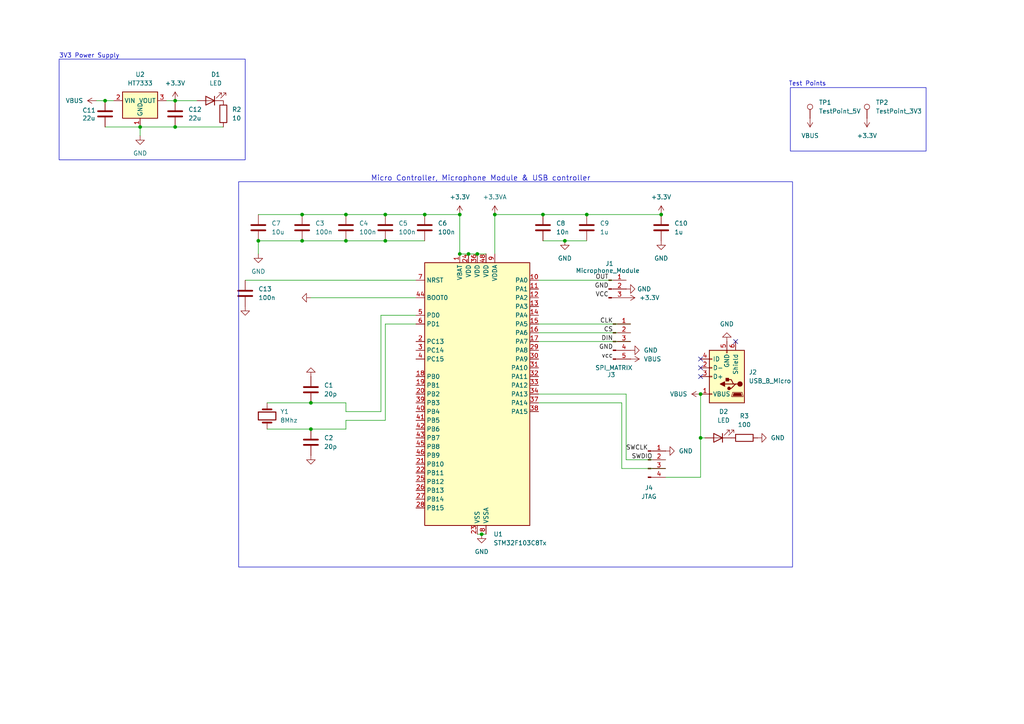
<source format=kicad_sch>
(kicad_sch
	(version 20250114)
	(generator "eeschema")
	(generator_version "9.0")
	(uuid "8779f4c0-fa76-4e9c-9285-12099bba0fb4")
	(paper "A4")
	(title_block
		(title "Audio Visualizer Add-on")
		(date "2025-08-08")
		(rev "1.0")
	)
	(lib_symbols
		(symbol "Connector:Conn_01x03_Pin"
			(pin_names
				(offset 1.016)
				(hide yes)
			)
			(exclude_from_sim no)
			(in_bom yes)
			(on_board yes)
			(property "Reference" "J"
				(at 0 5.08 0)
				(effects
					(font
						(size 1.27 1.27)
					)
				)
			)
			(property "Value" "Conn_01x03_Pin"
				(at 0 -5.08 0)
				(effects
					(font
						(size 1.27 1.27)
					)
				)
			)
			(property "Footprint" ""
				(at 0 0 0)
				(effects
					(font
						(size 1.27 1.27)
					)
					(hide yes)
				)
			)
			(property "Datasheet" "~"
				(at 0 0 0)
				(effects
					(font
						(size 1.27 1.27)
					)
					(hide yes)
				)
			)
			(property "Description" "Generic connector, single row, 01x03, script generated"
				(at 0 0 0)
				(effects
					(font
						(size 1.27 1.27)
					)
					(hide yes)
				)
			)
			(property "ki_locked" ""
				(at 0 0 0)
				(effects
					(font
						(size 1.27 1.27)
					)
				)
			)
			(property "ki_keywords" "connector"
				(at 0 0 0)
				(effects
					(font
						(size 1.27 1.27)
					)
					(hide yes)
				)
			)
			(property "ki_fp_filters" "Connector*:*_1x??_*"
				(at 0 0 0)
				(effects
					(font
						(size 1.27 1.27)
					)
					(hide yes)
				)
			)
			(symbol "Conn_01x03_Pin_1_1"
				(rectangle
					(start 0.8636 2.667)
					(end 0 2.413)
					(stroke
						(width 0.1524)
						(type default)
					)
					(fill
						(type outline)
					)
				)
				(rectangle
					(start 0.8636 0.127)
					(end 0 -0.127)
					(stroke
						(width 0.1524)
						(type default)
					)
					(fill
						(type outline)
					)
				)
				(rectangle
					(start 0.8636 -2.413)
					(end 0 -2.667)
					(stroke
						(width 0.1524)
						(type default)
					)
					(fill
						(type outline)
					)
				)
				(polyline
					(pts
						(xy 1.27 2.54) (xy 0.8636 2.54)
					)
					(stroke
						(width 0.1524)
						(type default)
					)
					(fill
						(type none)
					)
				)
				(polyline
					(pts
						(xy 1.27 0) (xy 0.8636 0)
					)
					(stroke
						(width 0.1524)
						(type default)
					)
					(fill
						(type none)
					)
				)
				(polyline
					(pts
						(xy 1.27 -2.54) (xy 0.8636 -2.54)
					)
					(stroke
						(width 0.1524)
						(type default)
					)
					(fill
						(type none)
					)
				)
				(pin passive line
					(at 5.08 2.54 180)
					(length 3.81)
					(name "Pin_1"
						(effects
							(font
								(size 1.27 1.27)
							)
						)
					)
					(number "1"
						(effects
							(font
								(size 1.27 1.27)
							)
						)
					)
				)
				(pin passive line
					(at 5.08 0 180)
					(length 3.81)
					(name "Pin_2"
						(effects
							(font
								(size 1.27 1.27)
							)
						)
					)
					(number "2"
						(effects
							(font
								(size 1.27 1.27)
							)
						)
					)
				)
				(pin passive line
					(at 5.08 -2.54 180)
					(length 3.81)
					(name "Pin_3"
						(effects
							(font
								(size 1.27 1.27)
							)
						)
					)
					(number "3"
						(effects
							(font
								(size 1.27 1.27)
							)
						)
					)
				)
			)
			(embedded_fonts no)
		)
		(symbol "Connector:Conn_01x04_Pin"
			(pin_names
				(offset 1.016)
				(hide yes)
			)
			(exclude_from_sim no)
			(in_bom yes)
			(on_board yes)
			(property "Reference" "J"
				(at 0 5.08 0)
				(effects
					(font
						(size 1.27 1.27)
					)
				)
			)
			(property "Value" "Conn_01x04_Pin"
				(at 0 -7.62 0)
				(effects
					(font
						(size 1.27 1.27)
					)
				)
			)
			(property "Footprint" ""
				(at 0 0 0)
				(effects
					(font
						(size 1.27 1.27)
					)
					(hide yes)
				)
			)
			(property "Datasheet" "~"
				(at 0 0 0)
				(effects
					(font
						(size 1.27 1.27)
					)
					(hide yes)
				)
			)
			(property "Description" "Generic connector, single row, 01x04, script generated"
				(at 0 0 0)
				(effects
					(font
						(size 1.27 1.27)
					)
					(hide yes)
				)
			)
			(property "ki_locked" ""
				(at 0 0 0)
				(effects
					(font
						(size 1.27 1.27)
					)
				)
			)
			(property "ki_keywords" "connector"
				(at 0 0 0)
				(effects
					(font
						(size 1.27 1.27)
					)
					(hide yes)
				)
			)
			(property "ki_fp_filters" "Connector*:*_1x??_*"
				(at 0 0 0)
				(effects
					(font
						(size 1.27 1.27)
					)
					(hide yes)
				)
			)
			(symbol "Conn_01x04_Pin_1_1"
				(rectangle
					(start 0.8636 2.667)
					(end 0 2.413)
					(stroke
						(width 0.1524)
						(type default)
					)
					(fill
						(type outline)
					)
				)
				(rectangle
					(start 0.8636 0.127)
					(end 0 -0.127)
					(stroke
						(width 0.1524)
						(type default)
					)
					(fill
						(type outline)
					)
				)
				(rectangle
					(start 0.8636 -2.413)
					(end 0 -2.667)
					(stroke
						(width 0.1524)
						(type default)
					)
					(fill
						(type outline)
					)
				)
				(rectangle
					(start 0.8636 -4.953)
					(end 0 -5.207)
					(stroke
						(width 0.1524)
						(type default)
					)
					(fill
						(type outline)
					)
				)
				(polyline
					(pts
						(xy 1.27 2.54) (xy 0.8636 2.54)
					)
					(stroke
						(width 0.1524)
						(type default)
					)
					(fill
						(type none)
					)
				)
				(polyline
					(pts
						(xy 1.27 0) (xy 0.8636 0)
					)
					(stroke
						(width 0.1524)
						(type default)
					)
					(fill
						(type none)
					)
				)
				(polyline
					(pts
						(xy 1.27 -2.54) (xy 0.8636 -2.54)
					)
					(stroke
						(width 0.1524)
						(type default)
					)
					(fill
						(type none)
					)
				)
				(polyline
					(pts
						(xy 1.27 -5.08) (xy 0.8636 -5.08)
					)
					(stroke
						(width 0.1524)
						(type default)
					)
					(fill
						(type none)
					)
				)
				(pin passive line
					(at 5.08 2.54 180)
					(length 3.81)
					(name "Pin_1"
						(effects
							(font
								(size 1.27 1.27)
							)
						)
					)
					(number "1"
						(effects
							(font
								(size 1.27 1.27)
							)
						)
					)
				)
				(pin passive line
					(at 5.08 0 180)
					(length 3.81)
					(name "Pin_2"
						(effects
							(font
								(size 1.27 1.27)
							)
						)
					)
					(number "2"
						(effects
							(font
								(size 1.27 1.27)
							)
						)
					)
				)
				(pin passive line
					(at 5.08 -2.54 180)
					(length 3.81)
					(name "Pin_3"
						(effects
							(font
								(size 1.27 1.27)
							)
						)
					)
					(number "3"
						(effects
							(font
								(size 1.27 1.27)
							)
						)
					)
				)
				(pin passive line
					(at 5.08 -5.08 180)
					(length 3.81)
					(name "Pin_4"
						(effects
							(font
								(size 1.27 1.27)
							)
						)
					)
					(number "4"
						(effects
							(font
								(size 1.27 1.27)
							)
						)
					)
				)
			)
			(embedded_fonts no)
		)
		(symbol "Connector:Conn_01x05_Pin"
			(pin_names
				(offset 1.016)
				(hide yes)
			)
			(exclude_from_sim no)
			(in_bom yes)
			(on_board yes)
			(property "Reference" "J"
				(at 0 7.62 0)
				(effects
					(font
						(size 1.27 1.27)
					)
				)
			)
			(property "Value" "Conn_01x05_Pin"
				(at 0 -7.62 0)
				(effects
					(font
						(size 1.27 1.27)
					)
				)
			)
			(property "Footprint" ""
				(at 0 0 0)
				(effects
					(font
						(size 1.27 1.27)
					)
					(hide yes)
				)
			)
			(property "Datasheet" "~"
				(at 0 0 0)
				(effects
					(font
						(size 1.27 1.27)
					)
					(hide yes)
				)
			)
			(property "Description" "Generic connector, single row, 01x05, script generated"
				(at 0 0 0)
				(effects
					(font
						(size 1.27 1.27)
					)
					(hide yes)
				)
			)
			(property "ki_locked" ""
				(at 0 0 0)
				(effects
					(font
						(size 1.27 1.27)
					)
				)
			)
			(property "ki_keywords" "connector"
				(at 0 0 0)
				(effects
					(font
						(size 1.27 1.27)
					)
					(hide yes)
				)
			)
			(property "ki_fp_filters" "Connector*:*_1x??_*"
				(at 0 0 0)
				(effects
					(font
						(size 1.27 1.27)
					)
					(hide yes)
				)
			)
			(symbol "Conn_01x05_Pin_1_1"
				(rectangle
					(start 0.8636 5.207)
					(end 0 4.953)
					(stroke
						(width 0.1524)
						(type default)
					)
					(fill
						(type outline)
					)
				)
				(rectangle
					(start 0.8636 2.667)
					(end 0 2.413)
					(stroke
						(width 0.1524)
						(type default)
					)
					(fill
						(type outline)
					)
				)
				(rectangle
					(start 0.8636 0.127)
					(end 0 -0.127)
					(stroke
						(width 0.1524)
						(type default)
					)
					(fill
						(type outline)
					)
				)
				(rectangle
					(start 0.8636 -2.413)
					(end 0 -2.667)
					(stroke
						(width 0.1524)
						(type default)
					)
					(fill
						(type outline)
					)
				)
				(rectangle
					(start 0.8636 -4.953)
					(end 0 -5.207)
					(stroke
						(width 0.1524)
						(type default)
					)
					(fill
						(type outline)
					)
				)
				(polyline
					(pts
						(xy 1.27 5.08) (xy 0.8636 5.08)
					)
					(stroke
						(width 0.1524)
						(type default)
					)
					(fill
						(type none)
					)
				)
				(polyline
					(pts
						(xy 1.27 2.54) (xy 0.8636 2.54)
					)
					(stroke
						(width 0.1524)
						(type default)
					)
					(fill
						(type none)
					)
				)
				(polyline
					(pts
						(xy 1.27 0) (xy 0.8636 0)
					)
					(stroke
						(width 0.1524)
						(type default)
					)
					(fill
						(type none)
					)
				)
				(polyline
					(pts
						(xy 1.27 -2.54) (xy 0.8636 -2.54)
					)
					(stroke
						(width 0.1524)
						(type default)
					)
					(fill
						(type none)
					)
				)
				(polyline
					(pts
						(xy 1.27 -5.08) (xy 0.8636 -5.08)
					)
					(stroke
						(width 0.1524)
						(type default)
					)
					(fill
						(type none)
					)
				)
				(pin passive line
					(at 5.08 5.08 180)
					(length 3.81)
					(name "Pin_1"
						(effects
							(font
								(size 1.27 1.27)
							)
						)
					)
					(number "1"
						(effects
							(font
								(size 1.27 1.27)
							)
						)
					)
				)
				(pin passive line
					(at 5.08 2.54 180)
					(length 3.81)
					(name "Pin_2"
						(effects
							(font
								(size 1.27 1.27)
							)
						)
					)
					(number "2"
						(effects
							(font
								(size 1.27 1.27)
							)
						)
					)
				)
				(pin passive line
					(at 5.08 0 180)
					(length 3.81)
					(name "Pin_3"
						(effects
							(font
								(size 1.27 1.27)
							)
						)
					)
					(number "3"
						(effects
							(font
								(size 1.27 1.27)
							)
						)
					)
				)
				(pin passive line
					(at 5.08 -2.54 180)
					(length 3.81)
					(name "Pin_4"
						(effects
							(font
								(size 1.27 1.27)
							)
						)
					)
					(number "4"
						(effects
							(font
								(size 1.27 1.27)
							)
						)
					)
				)
				(pin passive line
					(at 5.08 -5.08 180)
					(length 3.81)
					(name "Pin_5"
						(effects
							(font
								(size 1.27 1.27)
							)
						)
					)
					(number "5"
						(effects
							(font
								(size 1.27 1.27)
							)
						)
					)
				)
			)
			(embedded_fonts no)
		)
		(symbol "Connector:TestPoint"
			(pin_numbers
				(hide yes)
			)
			(pin_names
				(offset 0.762)
				(hide yes)
			)
			(exclude_from_sim no)
			(in_bom yes)
			(on_board yes)
			(property "Reference" "TP"
				(at 0 6.858 0)
				(effects
					(font
						(size 1.27 1.27)
					)
				)
			)
			(property "Value" "TestPoint"
				(at 0 5.08 0)
				(effects
					(font
						(size 1.27 1.27)
					)
				)
			)
			(property "Footprint" ""
				(at 5.08 0 0)
				(effects
					(font
						(size 1.27 1.27)
					)
					(hide yes)
				)
			)
			(property "Datasheet" "~"
				(at 5.08 0 0)
				(effects
					(font
						(size 1.27 1.27)
					)
					(hide yes)
				)
			)
			(property "Description" "test point"
				(at 0 0 0)
				(effects
					(font
						(size 1.27 1.27)
					)
					(hide yes)
				)
			)
			(property "ki_keywords" "test point tp"
				(at 0 0 0)
				(effects
					(font
						(size 1.27 1.27)
					)
					(hide yes)
				)
			)
			(property "ki_fp_filters" "Pin* Test*"
				(at 0 0 0)
				(effects
					(font
						(size 1.27 1.27)
					)
					(hide yes)
				)
			)
			(symbol "TestPoint_0_1"
				(circle
					(center 0 3.302)
					(radius 0.762)
					(stroke
						(width 0)
						(type default)
					)
					(fill
						(type none)
					)
				)
			)
			(symbol "TestPoint_1_1"
				(pin passive line
					(at 0 0 90)
					(length 2.54)
					(name "1"
						(effects
							(font
								(size 1.27 1.27)
							)
						)
					)
					(number "1"
						(effects
							(font
								(size 1.27 1.27)
							)
						)
					)
				)
			)
			(embedded_fonts no)
		)
		(symbol "Connector:USB_B_Micro"
			(pin_names
				(offset 1.016)
			)
			(exclude_from_sim no)
			(in_bom yes)
			(on_board yes)
			(property "Reference" "J"
				(at -5.08 11.43 0)
				(effects
					(font
						(size 1.27 1.27)
					)
					(justify left)
				)
			)
			(property "Value" "USB_B_Micro"
				(at -5.08 8.89 0)
				(effects
					(font
						(size 1.27 1.27)
					)
					(justify left)
				)
			)
			(property "Footprint" ""
				(at 3.81 -1.27 0)
				(effects
					(font
						(size 1.27 1.27)
					)
					(hide yes)
				)
			)
			(property "Datasheet" "~"
				(at 3.81 -1.27 0)
				(effects
					(font
						(size 1.27 1.27)
					)
					(hide yes)
				)
			)
			(property "Description" "USB Micro Type B connector"
				(at 0 0 0)
				(effects
					(font
						(size 1.27 1.27)
					)
					(hide yes)
				)
			)
			(property "ki_keywords" "connector USB micro"
				(at 0 0 0)
				(effects
					(font
						(size 1.27 1.27)
					)
					(hide yes)
				)
			)
			(property "ki_fp_filters" "USB*"
				(at 0 0 0)
				(effects
					(font
						(size 1.27 1.27)
					)
					(hide yes)
				)
			)
			(symbol "USB_B_Micro_0_1"
				(rectangle
					(start -5.08 -7.62)
					(end 5.08 7.62)
					(stroke
						(width 0.254)
						(type default)
					)
					(fill
						(type background)
					)
				)
				(polyline
					(pts
						(xy -4.699 5.842) (xy -4.699 5.588) (xy -4.445 4.826) (xy -4.445 4.572) (xy -1.651 4.572) (xy -1.651 4.826)
						(xy -1.397 5.588) (xy -1.397 5.842) (xy -4.699 5.842)
					)
					(stroke
						(width 0)
						(type default)
					)
					(fill
						(type none)
					)
				)
				(polyline
					(pts
						(xy -4.318 5.588) (xy -1.778 5.588) (xy -2.032 4.826) (xy -4.064 4.826) (xy -4.318 5.588)
					)
					(stroke
						(width 0)
						(type default)
					)
					(fill
						(type outline)
					)
				)
				(circle
					(center -3.81 2.159)
					(radius 0.635)
					(stroke
						(width 0.254)
						(type default)
					)
					(fill
						(type outline)
					)
				)
				(polyline
					(pts
						(xy -3.175 2.159) (xy -2.54 2.159) (xy -1.27 3.429) (xy -0.635 3.429)
					)
					(stroke
						(width 0.254)
						(type default)
					)
					(fill
						(type none)
					)
				)
				(polyline
					(pts
						(xy -2.54 2.159) (xy -1.905 2.159) (xy -1.27 0.889) (xy 0 0.889)
					)
					(stroke
						(width 0.254)
						(type default)
					)
					(fill
						(type none)
					)
				)
				(polyline
					(pts
						(xy -1.905 2.159) (xy 0.635 2.159)
					)
					(stroke
						(width 0.254)
						(type default)
					)
					(fill
						(type none)
					)
				)
				(circle
					(center -0.635 3.429)
					(radius 0.381)
					(stroke
						(width 0.254)
						(type default)
					)
					(fill
						(type outline)
					)
				)
				(rectangle
					(start -0.127 -7.62)
					(end 0.127 -6.858)
					(stroke
						(width 0)
						(type default)
					)
					(fill
						(type none)
					)
				)
				(rectangle
					(start 0.254 1.27)
					(end -0.508 0.508)
					(stroke
						(width 0.254)
						(type default)
					)
					(fill
						(type outline)
					)
				)
				(polyline
					(pts
						(xy 0.635 2.794) (xy 0.635 1.524) (xy 1.905 2.159) (xy 0.635 2.794)
					)
					(stroke
						(width 0.254)
						(type default)
					)
					(fill
						(type outline)
					)
				)
				(rectangle
					(start 5.08 4.953)
					(end 4.318 5.207)
					(stroke
						(width 0)
						(type default)
					)
					(fill
						(type none)
					)
				)
				(rectangle
					(start 5.08 -0.127)
					(end 4.318 0.127)
					(stroke
						(width 0)
						(type default)
					)
					(fill
						(type none)
					)
				)
				(rectangle
					(start 5.08 -2.667)
					(end 4.318 -2.413)
					(stroke
						(width 0)
						(type default)
					)
					(fill
						(type none)
					)
				)
				(rectangle
					(start 5.08 -5.207)
					(end 4.318 -4.953)
					(stroke
						(width 0)
						(type default)
					)
					(fill
						(type none)
					)
				)
			)
			(symbol "USB_B_Micro_1_1"
				(pin passive line
					(at -2.54 -10.16 90)
					(length 2.54)
					(name "Shield"
						(effects
							(font
								(size 1.27 1.27)
							)
						)
					)
					(number "6"
						(effects
							(font
								(size 1.27 1.27)
							)
						)
					)
				)
				(pin power_out line
					(at 0 -10.16 90)
					(length 2.54)
					(name "GND"
						(effects
							(font
								(size 1.27 1.27)
							)
						)
					)
					(number "5"
						(effects
							(font
								(size 1.27 1.27)
							)
						)
					)
				)
				(pin power_out line
					(at 7.62 5.08 180)
					(length 2.54)
					(name "VBUS"
						(effects
							(font
								(size 1.27 1.27)
							)
						)
					)
					(number "1"
						(effects
							(font
								(size 1.27 1.27)
							)
						)
					)
				)
				(pin bidirectional line
					(at 7.62 0 180)
					(length 2.54)
					(name "D+"
						(effects
							(font
								(size 1.27 1.27)
							)
						)
					)
					(number "3"
						(effects
							(font
								(size 1.27 1.27)
							)
						)
					)
				)
				(pin bidirectional line
					(at 7.62 -2.54 180)
					(length 2.54)
					(name "D-"
						(effects
							(font
								(size 1.27 1.27)
							)
						)
					)
					(number "2"
						(effects
							(font
								(size 1.27 1.27)
							)
						)
					)
				)
				(pin passive line
					(at 7.62 -5.08 180)
					(length 2.54)
					(name "ID"
						(effects
							(font
								(size 1.27 1.27)
							)
						)
					)
					(number "4"
						(effects
							(font
								(size 1.27 1.27)
							)
						)
					)
				)
			)
			(embedded_fonts no)
		)
		(symbol "Device:C"
			(pin_numbers
				(hide yes)
			)
			(pin_names
				(offset 0.254)
			)
			(exclude_from_sim no)
			(in_bom yes)
			(on_board yes)
			(property "Reference" "C"
				(at 0.635 2.54 0)
				(effects
					(font
						(size 1.27 1.27)
					)
					(justify left)
				)
			)
			(property "Value" "C"
				(at 0.635 -2.54 0)
				(effects
					(font
						(size 1.27 1.27)
					)
					(justify left)
				)
			)
			(property "Footprint" ""
				(at 0.9652 -3.81 0)
				(effects
					(font
						(size 1.27 1.27)
					)
					(hide yes)
				)
			)
			(property "Datasheet" "~"
				(at 0 0 0)
				(effects
					(font
						(size 1.27 1.27)
					)
					(hide yes)
				)
			)
			(property "Description" "Unpolarized capacitor"
				(at 0 0 0)
				(effects
					(font
						(size 1.27 1.27)
					)
					(hide yes)
				)
			)
			(property "ki_keywords" "cap capacitor"
				(at 0 0 0)
				(effects
					(font
						(size 1.27 1.27)
					)
					(hide yes)
				)
			)
			(property "ki_fp_filters" "C_*"
				(at 0 0 0)
				(effects
					(font
						(size 1.27 1.27)
					)
					(hide yes)
				)
			)
			(symbol "C_0_1"
				(polyline
					(pts
						(xy -2.032 0.762) (xy 2.032 0.762)
					)
					(stroke
						(width 0.508)
						(type default)
					)
					(fill
						(type none)
					)
				)
				(polyline
					(pts
						(xy -2.032 -0.762) (xy 2.032 -0.762)
					)
					(stroke
						(width 0.508)
						(type default)
					)
					(fill
						(type none)
					)
				)
			)
			(symbol "C_1_1"
				(pin passive line
					(at 0 3.81 270)
					(length 2.794)
					(name "~"
						(effects
							(font
								(size 1.27 1.27)
							)
						)
					)
					(number "1"
						(effects
							(font
								(size 1.27 1.27)
							)
						)
					)
				)
				(pin passive line
					(at 0 -3.81 90)
					(length 2.794)
					(name "~"
						(effects
							(font
								(size 1.27 1.27)
							)
						)
					)
					(number "2"
						(effects
							(font
								(size 1.27 1.27)
							)
						)
					)
				)
			)
			(embedded_fonts no)
		)
		(symbol "Device:Crystal"
			(pin_numbers
				(hide yes)
			)
			(pin_names
				(offset 1.016)
				(hide yes)
			)
			(exclude_from_sim no)
			(in_bom yes)
			(on_board yes)
			(property "Reference" "Y"
				(at 0 3.81 0)
				(effects
					(font
						(size 1.27 1.27)
					)
				)
			)
			(property "Value" "Crystal"
				(at 0 -3.81 0)
				(effects
					(font
						(size 1.27 1.27)
					)
				)
			)
			(property "Footprint" ""
				(at 0 0 0)
				(effects
					(font
						(size 1.27 1.27)
					)
					(hide yes)
				)
			)
			(property "Datasheet" "~"
				(at 0 0 0)
				(effects
					(font
						(size 1.27 1.27)
					)
					(hide yes)
				)
			)
			(property "Description" "Two pin crystal"
				(at 0 0 0)
				(effects
					(font
						(size 1.27 1.27)
					)
					(hide yes)
				)
			)
			(property "ki_keywords" "quartz ceramic resonator oscillator"
				(at 0 0 0)
				(effects
					(font
						(size 1.27 1.27)
					)
					(hide yes)
				)
			)
			(property "ki_fp_filters" "Crystal*"
				(at 0 0 0)
				(effects
					(font
						(size 1.27 1.27)
					)
					(hide yes)
				)
			)
			(symbol "Crystal_0_1"
				(polyline
					(pts
						(xy -2.54 0) (xy -1.905 0)
					)
					(stroke
						(width 0)
						(type default)
					)
					(fill
						(type none)
					)
				)
				(polyline
					(pts
						(xy -1.905 -1.27) (xy -1.905 1.27)
					)
					(stroke
						(width 0.508)
						(type default)
					)
					(fill
						(type none)
					)
				)
				(rectangle
					(start -1.143 2.54)
					(end 1.143 -2.54)
					(stroke
						(width 0.3048)
						(type default)
					)
					(fill
						(type none)
					)
				)
				(polyline
					(pts
						(xy 1.905 -1.27) (xy 1.905 1.27)
					)
					(stroke
						(width 0.508)
						(type default)
					)
					(fill
						(type none)
					)
				)
				(polyline
					(pts
						(xy 2.54 0) (xy 1.905 0)
					)
					(stroke
						(width 0)
						(type default)
					)
					(fill
						(type none)
					)
				)
			)
			(symbol "Crystal_1_1"
				(pin passive line
					(at -3.81 0 0)
					(length 1.27)
					(name "1"
						(effects
							(font
								(size 1.27 1.27)
							)
						)
					)
					(number "1"
						(effects
							(font
								(size 1.27 1.27)
							)
						)
					)
				)
				(pin passive line
					(at 3.81 0 180)
					(length 1.27)
					(name "2"
						(effects
							(font
								(size 1.27 1.27)
							)
						)
					)
					(number "2"
						(effects
							(font
								(size 1.27 1.27)
							)
						)
					)
				)
			)
			(embedded_fonts no)
		)
		(symbol "Device:LED"
			(pin_numbers
				(hide yes)
			)
			(pin_names
				(offset 1.016)
				(hide yes)
			)
			(exclude_from_sim no)
			(in_bom yes)
			(on_board yes)
			(property "Reference" "D"
				(at 0 2.54 0)
				(effects
					(font
						(size 1.27 1.27)
					)
				)
			)
			(property "Value" "LED"
				(at 0 -2.54 0)
				(effects
					(font
						(size 1.27 1.27)
					)
				)
			)
			(property "Footprint" ""
				(at 0 0 0)
				(effects
					(font
						(size 1.27 1.27)
					)
					(hide yes)
				)
			)
			(property "Datasheet" "~"
				(at 0 0 0)
				(effects
					(font
						(size 1.27 1.27)
					)
					(hide yes)
				)
			)
			(property "Description" "Light emitting diode"
				(at 0 0 0)
				(effects
					(font
						(size 1.27 1.27)
					)
					(hide yes)
				)
			)
			(property "Sim.Pins" "1=K 2=A"
				(at 0 0 0)
				(effects
					(font
						(size 1.27 1.27)
					)
					(hide yes)
				)
			)
			(property "ki_keywords" "LED diode"
				(at 0 0 0)
				(effects
					(font
						(size 1.27 1.27)
					)
					(hide yes)
				)
			)
			(property "ki_fp_filters" "LED* LED_SMD:* LED_THT:*"
				(at 0 0 0)
				(effects
					(font
						(size 1.27 1.27)
					)
					(hide yes)
				)
			)
			(symbol "LED_0_1"
				(polyline
					(pts
						(xy -3.048 -0.762) (xy -4.572 -2.286) (xy -3.81 -2.286) (xy -4.572 -2.286) (xy -4.572 -1.524)
					)
					(stroke
						(width 0)
						(type default)
					)
					(fill
						(type none)
					)
				)
				(polyline
					(pts
						(xy -1.778 -0.762) (xy -3.302 -2.286) (xy -2.54 -2.286) (xy -3.302 -2.286) (xy -3.302 -1.524)
					)
					(stroke
						(width 0)
						(type default)
					)
					(fill
						(type none)
					)
				)
				(polyline
					(pts
						(xy -1.27 0) (xy 1.27 0)
					)
					(stroke
						(width 0)
						(type default)
					)
					(fill
						(type none)
					)
				)
				(polyline
					(pts
						(xy -1.27 -1.27) (xy -1.27 1.27)
					)
					(stroke
						(width 0.254)
						(type default)
					)
					(fill
						(type none)
					)
				)
				(polyline
					(pts
						(xy 1.27 -1.27) (xy 1.27 1.27) (xy -1.27 0) (xy 1.27 -1.27)
					)
					(stroke
						(width 0.254)
						(type default)
					)
					(fill
						(type none)
					)
				)
			)
			(symbol "LED_1_1"
				(pin passive line
					(at -3.81 0 0)
					(length 2.54)
					(name "K"
						(effects
							(font
								(size 1.27 1.27)
							)
						)
					)
					(number "1"
						(effects
							(font
								(size 1.27 1.27)
							)
						)
					)
				)
				(pin passive line
					(at 3.81 0 180)
					(length 2.54)
					(name "A"
						(effects
							(font
								(size 1.27 1.27)
							)
						)
					)
					(number "2"
						(effects
							(font
								(size 1.27 1.27)
							)
						)
					)
				)
			)
			(embedded_fonts no)
		)
		(symbol "Device:R"
			(pin_numbers
				(hide yes)
			)
			(pin_names
				(offset 0)
			)
			(exclude_from_sim no)
			(in_bom yes)
			(on_board yes)
			(property "Reference" "R"
				(at 2.032 0 90)
				(effects
					(font
						(size 1.27 1.27)
					)
				)
			)
			(property "Value" "R"
				(at 0 0 90)
				(effects
					(font
						(size 1.27 1.27)
					)
				)
			)
			(property "Footprint" ""
				(at -1.778 0 90)
				(effects
					(font
						(size 1.27 1.27)
					)
					(hide yes)
				)
			)
			(property "Datasheet" "~"
				(at 0 0 0)
				(effects
					(font
						(size 1.27 1.27)
					)
					(hide yes)
				)
			)
			(property "Description" "Resistor"
				(at 0 0 0)
				(effects
					(font
						(size 1.27 1.27)
					)
					(hide yes)
				)
			)
			(property "ki_keywords" "R res resistor"
				(at 0 0 0)
				(effects
					(font
						(size 1.27 1.27)
					)
					(hide yes)
				)
			)
			(property "ki_fp_filters" "R_*"
				(at 0 0 0)
				(effects
					(font
						(size 1.27 1.27)
					)
					(hide yes)
				)
			)
			(symbol "R_0_1"
				(rectangle
					(start -1.016 -2.54)
					(end 1.016 2.54)
					(stroke
						(width 0.254)
						(type default)
					)
					(fill
						(type none)
					)
				)
			)
			(symbol "R_1_1"
				(pin passive line
					(at 0 3.81 270)
					(length 1.27)
					(name "~"
						(effects
							(font
								(size 1.27 1.27)
							)
						)
					)
					(number "1"
						(effects
							(font
								(size 1.27 1.27)
							)
						)
					)
				)
				(pin passive line
					(at 0 -3.81 90)
					(length 1.27)
					(name "~"
						(effects
							(font
								(size 1.27 1.27)
							)
						)
					)
					(number "2"
						(effects
							(font
								(size 1.27 1.27)
							)
						)
					)
				)
			)
			(embedded_fonts no)
		)
		(symbol "MCU_ST_STM32F1:STM32F103C8Tx"
			(exclude_from_sim no)
			(in_bom yes)
			(on_board yes)
			(property "Reference" "U"
				(at -15.24 39.37 0)
				(effects
					(font
						(size 1.27 1.27)
					)
					(justify left)
				)
			)
			(property "Value" "STM32F103C8Tx"
				(at 7.62 39.37 0)
				(effects
					(font
						(size 1.27 1.27)
					)
					(justify left)
				)
			)
			(property "Footprint" "Package_QFP:LQFP-48_7x7mm_P0.5mm"
				(at -15.24 -38.1 0)
				(effects
					(font
						(size 1.27 1.27)
					)
					(justify right)
					(hide yes)
				)
			)
			(property "Datasheet" "https://www.st.com/resource/en/datasheet/stm32f103c8.pdf"
				(at 0 0 0)
				(effects
					(font
						(size 1.27 1.27)
					)
					(hide yes)
				)
			)
			(property "Description" "STMicroelectronics Arm Cortex-M3 MCU, 64KB flash, 20KB RAM, 72 MHz, 2.0-3.6V, 37 GPIO, LQFP48"
				(at 0 0 0)
				(effects
					(font
						(size 1.27 1.27)
					)
					(hide yes)
				)
			)
			(property "ki_keywords" "Arm Cortex-M3 STM32F1 STM32F103"
				(at 0 0 0)
				(effects
					(font
						(size 1.27 1.27)
					)
					(hide yes)
				)
			)
			(property "ki_fp_filters" "LQFP*7x7mm*P0.5mm*"
				(at 0 0 0)
				(effects
					(font
						(size 1.27 1.27)
					)
					(hide yes)
				)
			)
			(symbol "STM32F103C8Tx_0_1"
				(rectangle
					(start -15.24 -38.1)
					(end 15.24 38.1)
					(stroke
						(width 0.254)
						(type default)
					)
					(fill
						(type background)
					)
				)
			)
			(symbol "STM32F103C8Tx_1_1"
				(pin input line
					(at -17.78 33.02 0)
					(length 2.54)
					(name "NRST"
						(effects
							(font
								(size 1.27 1.27)
							)
						)
					)
					(number "7"
						(effects
							(font
								(size 1.27 1.27)
							)
						)
					)
				)
				(pin input line
					(at -17.78 27.94 0)
					(length 2.54)
					(name "BOOT0"
						(effects
							(font
								(size 1.27 1.27)
							)
						)
					)
					(number "44"
						(effects
							(font
								(size 1.27 1.27)
							)
						)
					)
				)
				(pin bidirectional line
					(at -17.78 22.86 0)
					(length 2.54)
					(name "PD0"
						(effects
							(font
								(size 1.27 1.27)
							)
						)
					)
					(number "5"
						(effects
							(font
								(size 1.27 1.27)
							)
						)
					)
					(alternate "RCC_OSC_IN" bidirectional line)
				)
				(pin bidirectional line
					(at -17.78 20.32 0)
					(length 2.54)
					(name "PD1"
						(effects
							(font
								(size 1.27 1.27)
							)
						)
					)
					(number "6"
						(effects
							(font
								(size 1.27 1.27)
							)
						)
					)
					(alternate "RCC_OSC_OUT" bidirectional line)
				)
				(pin bidirectional line
					(at -17.78 15.24 0)
					(length 2.54)
					(name "PC13"
						(effects
							(font
								(size 1.27 1.27)
							)
						)
					)
					(number "2"
						(effects
							(font
								(size 1.27 1.27)
							)
						)
					)
					(alternate "RTC_OUT" bidirectional line)
					(alternate "RTC_TAMPER" bidirectional line)
				)
				(pin bidirectional line
					(at -17.78 12.7 0)
					(length 2.54)
					(name "PC14"
						(effects
							(font
								(size 1.27 1.27)
							)
						)
					)
					(number "3"
						(effects
							(font
								(size 1.27 1.27)
							)
						)
					)
					(alternate "RCC_OSC32_IN" bidirectional line)
				)
				(pin bidirectional line
					(at -17.78 10.16 0)
					(length 2.54)
					(name "PC15"
						(effects
							(font
								(size 1.27 1.27)
							)
						)
					)
					(number "4"
						(effects
							(font
								(size 1.27 1.27)
							)
						)
					)
					(alternate "ADC1_EXTI15" bidirectional line)
					(alternate "ADC2_EXTI15" bidirectional line)
					(alternate "RCC_OSC32_OUT" bidirectional line)
				)
				(pin bidirectional line
					(at -17.78 5.08 0)
					(length 2.54)
					(name "PB0"
						(effects
							(font
								(size 1.27 1.27)
							)
						)
					)
					(number "18"
						(effects
							(font
								(size 1.27 1.27)
							)
						)
					)
					(alternate "ADC1_IN8" bidirectional line)
					(alternate "ADC2_IN8" bidirectional line)
					(alternate "TIM1_CH2N" bidirectional line)
					(alternate "TIM3_CH3" bidirectional line)
				)
				(pin bidirectional line
					(at -17.78 2.54 0)
					(length 2.54)
					(name "PB1"
						(effects
							(font
								(size 1.27 1.27)
							)
						)
					)
					(number "19"
						(effects
							(font
								(size 1.27 1.27)
							)
						)
					)
					(alternate "ADC1_IN9" bidirectional line)
					(alternate "ADC2_IN9" bidirectional line)
					(alternate "TIM1_CH3N" bidirectional line)
					(alternate "TIM3_CH4" bidirectional line)
				)
				(pin bidirectional line
					(at -17.78 0 0)
					(length 2.54)
					(name "PB2"
						(effects
							(font
								(size 1.27 1.27)
							)
						)
					)
					(number "20"
						(effects
							(font
								(size 1.27 1.27)
							)
						)
					)
				)
				(pin bidirectional line
					(at -17.78 -2.54 0)
					(length 2.54)
					(name "PB3"
						(effects
							(font
								(size 1.27 1.27)
							)
						)
					)
					(number "39"
						(effects
							(font
								(size 1.27 1.27)
							)
						)
					)
					(alternate "SPI1_SCK" bidirectional line)
					(alternate "SYS_JTDO-TRACESWO" bidirectional line)
					(alternate "TIM2_CH2" bidirectional line)
				)
				(pin bidirectional line
					(at -17.78 -5.08 0)
					(length 2.54)
					(name "PB4"
						(effects
							(font
								(size 1.27 1.27)
							)
						)
					)
					(number "40"
						(effects
							(font
								(size 1.27 1.27)
							)
						)
					)
					(alternate "SPI1_MISO" bidirectional line)
					(alternate "SYS_NJTRST" bidirectional line)
					(alternate "TIM3_CH1" bidirectional line)
				)
				(pin bidirectional line
					(at -17.78 -7.62 0)
					(length 2.54)
					(name "PB5"
						(effects
							(font
								(size 1.27 1.27)
							)
						)
					)
					(number "41"
						(effects
							(font
								(size 1.27 1.27)
							)
						)
					)
					(alternate "I2C1_SMBA" bidirectional line)
					(alternate "SPI1_MOSI" bidirectional line)
					(alternate "TIM3_CH2" bidirectional line)
				)
				(pin bidirectional line
					(at -17.78 -10.16 0)
					(length 2.54)
					(name "PB6"
						(effects
							(font
								(size 1.27 1.27)
							)
						)
					)
					(number "42"
						(effects
							(font
								(size 1.27 1.27)
							)
						)
					)
					(alternate "I2C1_SCL" bidirectional line)
					(alternate "TIM4_CH1" bidirectional line)
					(alternate "USART1_TX" bidirectional line)
				)
				(pin bidirectional line
					(at -17.78 -12.7 0)
					(length 2.54)
					(name "PB7"
						(effects
							(font
								(size 1.27 1.27)
							)
						)
					)
					(number "43"
						(effects
							(font
								(size 1.27 1.27)
							)
						)
					)
					(alternate "I2C1_SDA" bidirectional line)
					(alternate "TIM4_CH2" bidirectional line)
					(alternate "USART1_RX" bidirectional line)
				)
				(pin bidirectional line
					(at -17.78 -15.24 0)
					(length 2.54)
					(name "PB8"
						(effects
							(font
								(size 1.27 1.27)
							)
						)
					)
					(number "45"
						(effects
							(font
								(size 1.27 1.27)
							)
						)
					)
					(alternate "CAN_RX" bidirectional line)
					(alternate "I2C1_SCL" bidirectional line)
					(alternate "TIM4_CH3" bidirectional line)
				)
				(pin bidirectional line
					(at -17.78 -17.78 0)
					(length 2.54)
					(name "PB9"
						(effects
							(font
								(size 1.27 1.27)
							)
						)
					)
					(number "46"
						(effects
							(font
								(size 1.27 1.27)
							)
						)
					)
					(alternate "CAN_TX" bidirectional line)
					(alternate "I2C1_SDA" bidirectional line)
					(alternate "TIM4_CH4" bidirectional line)
				)
				(pin bidirectional line
					(at -17.78 -20.32 0)
					(length 2.54)
					(name "PB10"
						(effects
							(font
								(size 1.27 1.27)
							)
						)
					)
					(number "21"
						(effects
							(font
								(size 1.27 1.27)
							)
						)
					)
					(alternate "I2C2_SCL" bidirectional line)
					(alternate "TIM2_CH3" bidirectional line)
					(alternate "USART3_TX" bidirectional line)
				)
				(pin bidirectional line
					(at -17.78 -22.86 0)
					(length 2.54)
					(name "PB11"
						(effects
							(font
								(size 1.27 1.27)
							)
						)
					)
					(number "22"
						(effects
							(font
								(size 1.27 1.27)
							)
						)
					)
					(alternate "ADC1_EXTI11" bidirectional line)
					(alternate "ADC2_EXTI11" bidirectional line)
					(alternate "I2C2_SDA" bidirectional line)
					(alternate "TIM2_CH4" bidirectional line)
					(alternate "USART3_RX" bidirectional line)
				)
				(pin bidirectional line
					(at -17.78 -25.4 0)
					(length 2.54)
					(name "PB12"
						(effects
							(font
								(size 1.27 1.27)
							)
						)
					)
					(number "25"
						(effects
							(font
								(size 1.27 1.27)
							)
						)
					)
					(alternate "I2C2_SMBA" bidirectional line)
					(alternate "SPI2_NSS" bidirectional line)
					(alternate "TIM1_BKIN" bidirectional line)
					(alternate "USART3_CK" bidirectional line)
				)
				(pin bidirectional line
					(at -17.78 -27.94 0)
					(length 2.54)
					(name "PB13"
						(effects
							(font
								(size 1.27 1.27)
							)
						)
					)
					(number "26"
						(effects
							(font
								(size 1.27 1.27)
							)
						)
					)
					(alternate "SPI2_SCK" bidirectional line)
					(alternate "TIM1_CH1N" bidirectional line)
					(alternate "USART3_CTS" bidirectional line)
				)
				(pin bidirectional line
					(at -17.78 -30.48 0)
					(length 2.54)
					(name "PB14"
						(effects
							(font
								(size 1.27 1.27)
							)
						)
					)
					(number "27"
						(effects
							(font
								(size 1.27 1.27)
							)
						)
					)
					(alternate "SPI2_MISO" bidirectional line)
					(alternate "TIM1_CH2N" bidirectional line)
					(alternate "USART3_RTS" bidirectional line)
				)
				(pin bidirectional line
					(at -17.78 -33.02 0)
					(length 2.54)
					(name "PB15"
						(effects
							(font
								(size 1.27 1.27)
							)
						)
					)
					(number "28"
						(effects
							(font
								(size 1.27 1.27)
							)
						)
					)
					(alternate "ADC1_EXTI15" bidirectional line)
					(alternate "ADC2_EXTI15" bidirectional line)
					(alternate "SPI2_MOSI" bidirectional line)
					(alternate "TIM1_CH3N" bidirectional line)
				)
				(pin power_in line
					(at -5.08 40.64 270)
					(length 2.54)
					(name "VBAT"
						(effects
							(font
								(size 1.27 1.27)
							)
						)
					)
					(number "1"
						(effects
							(font
								(size 1.27 1.27)
							)
						)
					)
				)
				(pin power_in line
					(at -2.54 40.64 270)
					(length 2.54)
					(name "VDD"
						(effects
							(font
								(size 1.27 1.27)
							)
						)
					)
					(number "24"
						(effects
							(font
								(size 1.27 1.27)
							)
						)
					)
				)
				(pin power_in line
					(at 0 40.64 270)
					(length 2.54)
					(name "VDD"
						(effects
							(font
								(size 1.27 1.27)
							)
						)
					)
					(number "36"
						(effects
							(font
								(size 1.27 1.27)
							)
						)
					)
				)
				(pin power_in line
					(at 0 -40.64 90)
					(length 2.54)
					(name "VSS"
						(effects
							(font
								(size 1.27 1.27)
							)
						)
					)
					(number "23"
						(effects
							(font
								(size 1.27 1.27)
							)
						)
					)
				)
				(pin passive line
					(at 0 -40.64 90)
					(length 2.54)
					(hide yes)
					(name "VSS"
						(effects
							(font
								(size 1.27 1.27)
							)
						)
					)
					(number "35"
						(effects
							(font
								(size 1.27 1.27)
							)
						)
					)
				)
				(pin passive line
					(at 0 -40.64 90)
					(length 2.54)
					(hide yes)
					(name "VSS"
						(effects
							(font
								(size 1.27 1.27)
							)
						)
					)
					(number "47"
						(effects
							(font
								(size 1.27 1.27)
							)
						)
					)
				)
				(pin power_in line
					(at 2.54 40.64 270)
					(length 2.54)
					(name "VDD"
						(effects
							(font
								(size 1.27 1.27)
							)
						)
					)
					(number "48"
						(effects
							(font
								(size 1.27 1.27)
							)
						)
					)
				)
				(pin power_in line
					(at 2.54 -40.64 90)
					(length 2.54)
					(name "VSSA"
						(effects
							(font
								(size 1.27 1.27)
							)
						)
					)
					(number "8"
						(effects
							(font
								(size 1.27 1.27)
							)
						)
					)
				)
				(pin power_in line
					(at 5.08 40.64 270)
					(length 2.54)
					(name "VDDA"
						(effects
							(font
								(size 1.27 1.27)
							)
						)
					)
					(number "9"
						(effects
							(font
								(size 1.27 1.27)
							)
						)
					)
				)
				(pin bidirectional line
					(at 17.78 33.02 180)
					(length 2.54)
					(name "PA0"
						(effects
							(font
								(size 1.27 1.27)
							)
						)
					)
					(number "10"
						(effects
							(font
								(size 1.27 1.27)
							)
						)
					)
					(alternate "ADC1_IN0" bidirectional line)
					(alternate "ADC2_IN0" bidirectional line)
					(alternate "SYS_WKUP" bidirectional line)
					(alternate "TIM2_CH1" bidirectional line)
					(alternate "TIM2_ETR" bidirectional line)
					(alternate "USART2_CTS" bidirectional line)
				)
				(pin bidirectional line
					(at 17.78 30.48 180)
					(length 2.54)
					(name "PA1"
						(effects
							(font
								(size 1.27 1.27)
							)
						)
					)
					(number "11"
						(effects
							(font
								(size 1.27 1.27)
							)
						)
					)
					(alternate "ADC1_IN1" bidirectional line)
					(alternate "ADC2_IN1" bidirectional line)
					(alternate "TIM2_CH2" bidirectional line)
					(alternate "USART2_RTS" bidirectional line)
				)
				(pin bidirectional line
					(at 17.78 27.94 180)
					(length 2.54)
					(name "PA2"
						(effects
							(font
								(size 1.27 1.27)
							)
						)
					)
					(number "12"
						(effects
							(font
								(size 1.27 1.27)
							)
						)
					)
					(alternate "ADC1_IN2" bidirectional line)
					(alternate "ADC2_IN2" bidirectional line)
					(alternate "TIM2_CH3" bidirectional line)
					(alternate "USART2_TX" bidirectional line)
				)
				(pin bidirectional line
					(at 17.78 25.4 180)
					(length 2.54)
					(name "PA3"
						(effects
							(font
								(size 1.27 1.27)
							)
						)
					)
					(number "13"
						(effects
							(font
								(size 1.27 1.27)
							)
						)
					)
					(alternate "ADC1_IN3" bidirectional line)
					(alternate "ADC2_IN3" bidirectional line)
					(alternate "TIM2_CH4" bidirectional line)
					(alternate "USART2_RX" bidirectional line)
				)
				(pin bidirectional line
					(at 17.78 22.86 180)
					(length 2.54)
					(name "PA4"
						(effects
							(font
								(size 1.27 1.27)
							)
						)
					)
					(number "14"
						(effects
							(font
								(size 1.27 1.27)
							)
						)
					)
					(alternate "ADC1_IN4" bidirectional line)
					(alternate "ADC2_IN4" bidirectional line)
					(alternate "SPI1_NSS" bidirectional line)
					(alternate "USART2_CK" bidirectional line)
				)
				(pin bidirectional line
					(at 17.78 20.32 180)
					(length 2.54)
					(name "PA5"
						(effects
							(font
								(size 1.27 1.27)
							)
						)
					)
					(number "15"
						(effects
							(font
								(size 1.27 1.27)
							)
						)
					)
					(alternate "ADC1_IN5" bidirectional line)
					(alternate "ADC2_IN5" bidirectional line)
					(alternate "SPI1_SCK" bidirectional line)
				)
				(pin bidirectional line
					(at 17.78 17.78 180)
					(length 2.54)
					(name "PA6"
						(effects
							(font
								(size 1.27 1.27)
							)
						)
					)
					(number "16"
						(effects
							(font
								(size 1.27 1.27)
							)
						)
					)
					(alternate "ADC1_IN6" bidirectional line)
					(alternate "ADC2_IN6" bidirectional line)
					(alternate "SPI1_MISO" bidirectional line)
					(alternate "TIM1_BKIN" bidirectional line)
					(alternate "TIM3_CH1" bidirectional line)
				)
				(pin bidirectional line
					(at 17.78 15.24 180)
					(length 2.54)
					(name "PA7"
						(effects
							(font
								(size 1.27 1.27)
							)
						)
					)
					(number "17"
						(effects
							(font
								(size 1.27 1.27)
							)
						)
					)
					(alternate "ADC1_IN7" bidirectional line)
					(alternate "ADC2_IN7" bidirectional line)
					(alternate "SPI1_MOSI" bidirectional line)
					(alternate "TIM1_CH1N" bidirectional line)
					(alternate "TIM3_CH2" bidirectional line)
				)
				(pin bidirectional line
					(at 17.78 12.7 180)
					(length 2.54)
					(name "PA8"
						(effects
							(font
								(size 1.27 1.27)
							)
						)
					)
					(number "29"
						(effects
							(font
								(size 1.27 1.27)
							)
						)
					)
					(alternate "RCC_MCO" bidirectional line)
					(alternate "TIM1_CH1" bidirectional line)
					(alternate "USART1_CK" bidirectional line)
				)
				(pin bidirectional line
					(at 17.78 10.16 180)
					(length 2.54)
					(name "PA9"
						(effects
							(font
								(size 1.27 1.27)
							)
						)
					)
					(number "30"
						(effects
							(font
								(size 1.27 1.27)
							)
						)
					)
					(alternate "TIM1_CH2" bidirectional line)
					(alternate "USART1_TX" bidirectional line)
				)
				(pin bidirectional line
					(at 17.78 7.62 180)
					(length 2.54)
					(name "PA10"
						(effects
							(font
								(size 1.27 1.27)
							)
						)
					)
					(number "31"
						(effects
							(font
								(size 1.27 1.27)
							)
						)
					)
					(alternate "TIM1_CH3" bidirectional line)
					(alternate "USART1_RX" bidirectional line)
				)
				(pin bidirectional line
					(at 17.78 5.08 180)
					(length 2.54)
					(name "PA11"
						(effects
							(font
								(size 1.27 1.27)
							)
						)
					)
					(number "32"
						(effects
							(font
								(size 1.27 1.27)
							)
						)
					)
					(alternate "ADC1_EXTI11" bidirectional line)
					(alternate "ADC2_EXTI11" bidirectional line)
					(alternate "CAN_RX" bidirectional line)
					(alternate "TIM1_CH4" bidirectional line)
					(alternate "USART1_CTS" bidirectional line)
					(alternate "USB_DM" bidirectional line)
				)
				(pin bidirectional line
					(at 17.78 2.54 180)
					(length 2.54)
					(name "PA12"
						(effects
							(font
								(size 1.27 1.27)
							)
						)
					)
					(number "33"
						(effects
							(font
								(size 1.27 1.27)
							)
						)
					)
					(alternate "CAN_TX" bidirectional line)
					(alternate "TIM1_ETR" bidirectional line)
					(alternate "USART1_RTS" bidirectional line)
					(alternate "USB_DP" bidirectional line)
				)
				(pin bidirectional line
					(at 17.78 0 180)
					(length 2.54)
					(name "PA13"
						(effects
							(font
								(size 1.27 1.27)
							)
						)
					)
					(number "34"
						(effects
							(font
								(size 1.27 1.27)
							)
						)
					)
					(alternate "SYS_JTMS-SWDIO" bidirectional line)
				)
				(pin bidirectional line
					(at 17.78 -2.54 180)
					(length 2.54)
					(name "PA14"
						(effects
							(font
								(size 1.27 1.27)
							)
						)
					)
					(number "37"
						(effects
							(font
								(size 1.27 1.27)
							)
						)
					)
					(alternate "SYS_JTCK-SWCLK" bidirectional line)
				)
				(pin bidirectional line
					(at 17.78 -5.08 180)
					(length 2.54)
					(name "PA15"
						(effects
							(font
								(size 1.27 1.27)
							)
						)
					)
					(number "38"
						(effects
							(font
								(size 1.27 1.27)
							)
						)
					)
					(alternate "ADC1_EXTI15" bidirectional line)
					(alternate "ADC2_EXTI15" bidirectional line)
					(alternate "SPI1_NSS" bidirectional line)
					(alternate "SYS_JTDI" bidirectional line)
					(alternate "TIM2_CH1" bidirectional line)
					(alternate "TIM2_ETR" bidirectional line)
				)
			)
			(embedded_fonts no)
		)
		(symbol "Regulator_Linear:HT75xx-1-SOT89"
			(exclude_from_sim no)
			(in_bom yes)
			(on_board yes)
			(property "Reference" "U"
				(at -5.08 -3.81 0)
				(effects
					(font
						(size 1.27 1.27)
					)
					(justify left)
				)
			)
			(property "Value" "HT75xx-1-SOT89"
				(at 0 6.35 0)
				(effects
					(font
						(size 1.27 1.27)
					)
				)
			)
			(property "Footprint" "Package_TO_SOT_SMD:SOT-89-3"
				(at 0 8.255 0)
				(effects
					(font
						(size 1.27 1.27)
						(italic yes)
					)
					(hide yes)
				)
			)
			(property "Datasheet" "https://www.holtek.com/documents/10179/116711/HT75xx-1v250.pdf"
				(at 0 2.54 0)
				(effects
					(font
						(size 1.27 1.27)
					)
					(hide yes)
				)
			)
			(property "Description" "100mA Low Dropout Voltage Regulator, Fixed Output, SOT89"
				(at 0 0 0)
				(effects
					(font
						(size 1.27 1.27)
					)
					(hide yes)
				)
			)
			(property "ki_keywords" "100mA LDO Regulator Fixed Positive"
				(at 0 0 0)
				(effects
					(font
						(size 1.27 1.27)
					)
					(hide yes)
				)
			)
			(property "ki_fp_filters" "SOT?89*"
				(at 0 0 0)
				(effects
					(font
						(size 1.27 1.27)
					)
					(hide yes)
				)
			)
			(symbol "HT75xx-1-SOT89_0_1"
				(rectangle
					(start -5.08 5.08)
					(end 5.08 -2.54)
					(stroke
						(width 0.254)
						(type default)
					)
					(fill
						(type background)
					)
				)
			)
			(symbol "HT75xx-1-SOT89_1_1"
				(pin power_in line
					(at -7.62 2.54 0)
					(length 2.54)
					(name "VIN"
						(effects
							(font
								(size 1.27 1.27)
							)
						)
					)
					(number "2"
						(effects
							(font
								(size 1.27 1.27)
							)
						)
					)
				)
				(pin power_in line
					(at 0 -5.08 90)
					(length 2.54)
					(name "GND"
						(effects
							(font
								(size 1.27 1.27)
							)
						)
					)
					(number "1"
						(effects
							(font
								(size 1.27 1.27)
							)
						)
					)
				)
				(pin power_out line
					(at 7.62 2.54 180)
					(length 2.54)
					(name "VOUT"
						(effects
							(font
								(size 1.27 1.27)
							)
						)
					)
					(number "3"
						(effects
							(font
								(size 1.27 1.27)
							)
						)
					)
				)
			)
			(embedded_fonts no)
		)
		(symbol "power:+3.3V"
			(power)
			(pin_numbers
				(hide yes)
			)
			(pin_names
				(offset 0)
				(hide yes)
			)
			(exclude_from_sim no)
			(in_bom yes)
			(on_board yes)
			(property "Reference" "#PWR"
				(at 0 -3.81 0)
				(effects
					(font
						(size 1.27 1.27)
					)
					(hide yes)
				)
			)
			(property "Value" "+3.3V"
				(at 0 3.556 0)
				(effects
					(font
						(size 1.27 1.27)
					)
				)
			)
			(property "Footprint" ""
				(at 0 0 0)
				(effects
					(font
						(size 1.27 1.27)
					)
					(hide yes)
				)
			)
			(property "Datasheet" ""
				(at 0 0 0)
				(effects
					(font
						(size 1.27 1.27)
					)
					(hide yes)
				)
			)
			(property "Description" "Power symbol creates a global label with name \"+3.3V\""
				(at 0 0 0)
				(effects
					(font
						(size 1.27 1.27)
					)
					(hide yes)
				)
			)
			(property "ki_keywords" "global power"
				(at 0 0 0)
				(effects
					(font
						(size 1.27 1.27)
					)
					(hide yes)
				)
			)
			(symbol "+3.3V_0_1"
				(polyline
					(pts
						(xy -0.762 1.27) (xy 0 2.54)
					)
					(stroke
						(width 0)
						(type default)
					)
					(fill
						(type none)
					)
				)
				(polyline
					(pts
						(xy 0 2.54) (xy 0.762 1.27)
					)
					(stroke
						(width 0)
						(type default)
					)
					(fill
						(type none)
					)
				)
				(polyline
					(pts
						(xy 0 0) (xy 0 2.54)
					)
					(stroke
						(width 0)
						(type default)
					)
					(fill
						(type none)
					)
				)
			)
			(symbol "+3.3V_1_1"
				(pin power_in line
					(at 0 0 90)
					(length 0)
					(name "~"
						(effects
							(font
								(size 1.27 1.27)
							)
						)
					)
					(number "1"
						(effects
							(font
								(size 1.27 1.27)
							)
						)
					)
				)
			)
			(embedded_fonts no)
		)
		(symbol "power:+3.3VA"
			(power)
			(pin_numbers
				(hide yes)
			)
			(pin_names
				(offset 0)
				(hide yes)
			)
			(exclude_from_sim no)
			(in_bom yes)
			(on_board yes)
			(property "Reference" "#PWR"
				(at 0 -3.81 0)
				(effects
					(font
						(size 1.27 1.27)
					)
					(hide yes)
				)
			)
			(property "Value" "+3.3VA"
				(at 0 3.556 0)
				(effects
					(font
						(size 1.27 1.27)
					)
				)
			)
			(property "Footprint" ""
				(at 0 0 0)
				(effects
					(font
						(size 1.27 1.27)
					)
					(hide yes)
				)
			)
			(property "Datasheet" ""
				(at 0 0 0)
				(effects
					(font
						(size 1.27 1.27)
					)
					(hide yes)
				)
			)
			(property "Description" "Power symbol creates a global label with name \"+3.3VA\""
				(at 0 0 0)
				(effects
					(font
						(size 1.27 1.27)
					)
					(hide yes)
				)
			)
			(property "ki_keywords" "global power"
				(at 0 0 0)
				(effects
					(font
						(size 1.27 1.27)
					)
					(hide yes)
				)
			)
			(symbol "+3.3VA_0_1"
				(polyline
					(pts
						(xy -0.762 1.27) (xy 0 2.54)
					)
					(stroke
						(width 0)
						(type default)
					)
					(fill
						(type none)
					)
				)
				(polyline
					(pts
						(xy 0 2.54) (xy 0.762 1.27)
					)
					(stroke
						(width 0)
						(type default)
					)
					(fill
						(type none)
					)
				)
				(polyline
					(pts
						(xy 0 0) (xy 0 2.54)
					)
					(stroke
						(width 0)
						(type default)
					)
					(fill
						(type none)
					)
				)
			)
			(symbol "+3.3VA_1_1"
				(pin power_in line
					(at 0 0 90)
					(length 0)
					(name "~"
						(effects
							(font
								(size 1.27 1.27)
							)
						)
					)
					(number "1"
						(effects
							(font
								(size 1.27 1.27)
							)
						)
					)
				)
			)
			(embedded_fonts no)
		)
		(symbol "power:GND"
			(power)
			(pin_numbers
				(hide yes)
			)
			(pin_names
				(offset 0)
				(hide yes)
			)
			(exclude_from_sim no)
			(in_bom yes)
			(on_board yes)
			(property "Reference" "#PWR"
				(at 0 -6.35 0)
				(effects
					(font
						(size 1.27 1.27)
					)
					(hide yes)
				)
			)
			(property "Value" "GND"
				(at 0 -3.81 0)
				(effects
					(font
						(size 1.27 1.27)
					)
				)
			)
			(property "Footprint" ""
				(at 0 0 0)
				(effects
					(font
						(size 1.27 1.27)
					)
					(hide yes)
				)
			)
			(property "Datasheet" ""
				(at 0 0 0)
				(effects
					(font
						(size 1.27 1.27)
					)
					(hide yes)
				)
			)
			(property "Description" "Power symbol creates a global label with name \"GND\" , ground"
				(at 0 0 0)
				(effects
					(font
						(size 1.27 1.27)
					)
					(hide yes)
				)
			)
			(property "ki_keywords" "global power"
				(at 0 0 0)
				(effects
					(font
						(size 1.27 1.27)
					)
					(hide yes)
				)
			)
			(symbol "GND_0_1"
				(polyline
					(pts
						(xy 0 0) (xy 0 -1.27) (xy 1.27 -1.27) (xy 0 -2.54) (xy -1.27 -1.27) (xy 0 -1.27)
					)
					(stroke
						(width 0)
						(type default)
					)
					(fill
						(type none)
					)
				)
			)
			(symbol "GND_1_1"
				(pin power_in line
					(at 0 0 270)
					(length 0)
					(name "~"
						(effects
							(font
								(size 1.27 1.27)
							)
						)
					)
					(number "1"
						(effects
							(font
								(size 1.27 1.27)
							)
						)
					)
				)
			)
			(embedded_fonts no)
		)
		(symbol "power:VBUS"
			(power)
			(pin_numbers
				(hide yes)
			)
			(pin_names
				(offset 0)
				(hide yes)
			)
			(exclude_from_sim no)
			(in_bom yes)
			(on_board yes)
			(property "Reference" "#PWR"
				(at 0 -3.81 0)
				(effects
					(font
						(size 1.27 1.27)
					)
					(hide yes)
				)
			)
			(property "Value" "VBUS"
				(at 0 3.556 0)
				(effects
					(font
						(size 1.27 1.27)
					)
				)
			)
			(property "Footprint" ""
				(at 0 0 0)
				(effects
					(font
						(size 1.27 1.27)
					)
					(hide yes)
				)
			)
			(property "Datasheet" ""
				(at 0 0 0)
				(effects
					(font
						(size 1.27 1.27)
					)
					(hide yes)
				)
			)
			(property "Description" "Power symbol creates a global label with name \"VBUS\""
				(at 0 0 0)
				(effects
					(font
						(size 1.27 1.27)
					)
					(hide yes)
				)
			)
			(property "ki_keywords" "global power"
				(at 0 0 0)
				(effects
					(font
						(size 1.27 1.27)
					)
					(hide yes)
				)
			)
			(symbol "VBUS_0_1"
				(polyline
					(pts
						(xy -0.762 1.27) (xy 0 2.54)
					)
					(stroke
						(width 0)
						(type default)
					)
					(fill
						(type none)
					)
				)
				(polyline
					(pts
						(xy 0 2.54) (xy 0.762 1.27)
					)
					(stroke
						(width 0)
						(type default)
					)
					(fill
						(type none)
					)
				)
				(polyline
					(pts
						(xy 0 0) (xy 0 2.54)
					)
					(stroke
						(width 0)
						(type default)
					)
					(fill
						(type none)
					)
				)
			)
			(symbol "VBUS_1_1"
				(pin power_in line
					(at 0 0 90)
					(length 0)
					(name "~"
						(effects
							(font
								(size 1.27 1.27)
							)
						)
					)
					(number "1"
						(effects
							(font
								(size 1.27 1.27)
							)
						)
					)
				)
			)
			(embedded_fonts no)
		)
	)
	(rectangle
		(start 17.145 17.145)
		(end 71.12 46.355)
		(stroke
			(width 0)
			(type default)
		)
		(fill
			(type none)
		)
		(uuid 5cdaa733-89e6-474d-bdc0-e1134abb49e9)
	)
	(rectangle
		(start 229.235 25.4)
		(end 268.605 43.815)
		(stroke
			(width 0)
			(type default)
		)
		(fill
			(type none)
		)
		(uuid af208798-5537-4b33-a374-33860065f268)
	)
	(rectangle
		(start 69.215 52.705)
		(end 229.87 164.465)
		(stroke
			(width 0)
			(type default)
		)
		(fill
			(type none)
		)
		(uuid e95ce3e3-b021-43a7-8f8e-3124712b004c)
	)
	(text "Micro Controller, Microphone Module & USB controller\n"
		(exclude_from_sim no)
		(at 139.446 51.816 0)
		(effects
			(font
				(size 1.524 1.524)
			)
		)
		(uuid "097feeb5-e1e9-47c5-92dc-4dc116f572a1")
	)
	(text "Test Points\n"
		(exclude_from_sim no)
		(at 234.188 24.384 0)
		(effects
			(font
				(size 1.27 1.27)
			)
		)
		(uuid "5da67f0e-aeda-4b05-9ea1-bc48d9743ca1")
	)
	(text "3V3 Power Supply\n"
		(exclude_from_sim no)
		(at 25.908 16.256 0)
		(effects
			(font
				(size 1.27 1.27)
			)
		)
		(uuid "6527f735-03a6-4612-97dc-524d3cba6763")
	)
	(junction
		(at 123.19 62.23)
		(diameter 0)
		(color 0 0 0 0)
		(uuid "0d7a9c76-94db-4948-8af1-8d6c17d931a8")
	)
	(junction
		(at 138.43 73.66)
		(diameter 0)
		(color 0 0 0 0)
		(uuid "11e39bfc-6bad-4e88-b392-ed5960fc90bd")
	)
	(junction
		(at 135.89 73.66)
		(diameter 0)
		(color 0 0 0 0)
		(uuid "1c601bfa-6f19-4944-adcb-bdd281c95dcb")
	)
	(junction
		(at 191.77 62.23)
		(diameter 0)
		(color 0 0 0 0)
		(uuid "1c6aab21-57e8-4520-9a7b-d06698cda978")
	)
	(junction
		(at 139.7 154.94)
		(diameter 0)
		(color 0 0 0 0)
		(uuid "286e592a-1d7c-4a8c-b88f-14aae32a4549")
	)
	(junction
		(at 163.83 69.85)
		(diameter 0)
		(color 0 0 0 0)
		(uuid "2ed87621-7062-4fc5-b756-83a61ac00471")
	)
	(junction
		(at 40.64 36.83)
		(diameter 0)
		(color 0 0 0 0)
		(uuid "4474a957-4945-408c-aa0d-de2820b48a64")
	)
	(junction
		(at 111.76 62.23)
		(diameter 0)
		(color 0 0 0 0)
		(uuid "453308ae-57ff-40b7-b169-bb0a91c2c7c8")
	)
	(junction
		(at 111.76 69.85)
		(diameter 0)
		(color 0 0 0 0)
		(uuid "4ffbff73-a404-43d3-8255-5e7be3b20f8d")
	)
	(junction
		(at 50.8 29.21)
		(diameter 0)
		(color 0 0 0 0)
		(uuid "50e9fff0-df5a-4163-8970-00074cc08170")
	)
	(junction
		(at 90.17 116.84)
		(diameter 0)
		(color 0 0 0 0)
		(uuid "534d189e-7673-4bce-8610-54170b13e5ab")
	)
	(junction
		(at 74.93 69.85)
		(diameter 0)
		(color 0 0 0 0)
		(uuid "660f5e10-fae9-4a35-b3b1-32ec1dda1c39")
	)
	(junction
		(at 143.51 62.23)
		(diameter 0)
		(color 0 0 0 0)
		(uuid "68fa4278-bc00-4de5-aaff-d1da878e4054")
	)
	(junction
		(at 87.63 62.23)
		(diameter 0)
		(color 0 0 0 0)
		(uuid "7ab2184c-d879-4904-bf75-614752607474")
	)
	(junction
		(at 50.8 36.83)
		(diameter 0)
		(color 0 0 0 0)
		(uuid "7b5045c1-3514-4571-aa71-73167bab6295")
	)
	(junction
		(at 133.35 62.23)
		(diameter 0)
		(color 0 0 0 0)
		(uuid "9182a738-93de-4411-b4d0-69595ac9317d")
	)
	(junction
		(at 100.33 69.85)
		(diameter 0)
		(color 0 0 0 0)
		(uuid "bab5154e-547b-4d38-87bb-5332447be49f")
	)
	(junction
		(at 87.63 69.85)
		(diameter 0)
		(color 0 0 0 0)
		(uuid "baeb621a-a34e-4c42-9390-e16954c06817")
	)
	(junction
		(at 133.35 73.66)
		(diameter 0)
		(color 0 0 0 0)
		(uuid "c52750a2-cf34-4512-b79a-afd0486ffb7f")
	)
	(junction
		(at 90.17 124.46)
		(diameter 0)
		(color 0 0 0 0)
		(uuid "c8d08511-4bd5-470d-8767-942c0adadf74")
	)
	(junction
		(at 157.48 62.23)
		(diameter 0)
		(color 0 0 0 0)
		(uuid "c9e9d8aa-742a-4f03-8c51-91735c405987")
	)
	(junction
		(at 203.2 127)
		(diameter 0)
		(color 0 0 0 0)
		(uuid "cc71b5f0-50b4-43a4-b06e-2826dabed26a")
	)
	(junction
		(at 203.2 114.3)
		(diameter 0)
		(color 0 0 0 0)
		(uuid "d792dfb4-84ee-4830-80b0-5fa67d82fc08")
	)
	(junction
		(at 30.48 29.21)
		(diameter 0)
		(color 0 0 0 0)
		(uuid "d94b6a2f-6b37-4c4d-867c-0238b4e9918a")
	)
	(junction
		(at 170.18 62.23)
		(diameter 0)
		(color 0 0 0 0)
		(uuid "de426f61-3c2f-49ca-8b89-75cb47cdd7d4")
	)
	(junction
		(at 100.33 62.23)
		(diameter 0)
		(color 0 0 0 0)
		(uuid "e1e4be12-3da9-42cd-9f51-4fe98f0ec25c")
	)
	(no_connect
		(at 203.2 104.14)
		(uuid "1a42a24d-dec6-4534-994c-0bab9418b488")
	)
	(no_connect
		(at 203.2 106.68)
		(uuid "2a6a0686-1d8b-4ff6-b394-18f7951a3cf5")
	)
	(no_connect
		(at 213.36 99.06)
		(uuid "aae6b66c-e0d9-4f9e-bd87-78f8070b7529")
	)
	(no_connect
		(at 203.2 109.22)
		(uuid "b484efde-53d9-4ed0-b24b-21a3697c10d2")
	)
	(wire
		(pts
			(xy 110.49 91.44) (xy 120.65 91.44)
		)
		(stroke
			(width 0)
			(type default)
		)
		(uuid "00eaa599-789f-4ef3-ae10-a1aa41b2867c")
	)
	(wire
		(pts
			(xy 90.17 124.46) (xy 100.33 124.46)
		)
		(stroke
			(width 0)
			(type default)
		)
		(uuid "0315dbec-d3a3-4ebd-9f38-8c255ad6d5df")
	)
	(wire
		(pts
			(xy 100.33 121.92) (xy 111.76 121.92)
		)
		(stroke
			(width 0)
			(type default)
		)
		(uuid "03680b3b-a0e7-48fe-8f1a-97bff156b0e5")
	)
	(wire
		(pts
			(xy 87.63 69.85) (xy 100.33 69.85)
		)
		(stroke
			(width 0)
			(type default)
		)
		(uuid "0e472b6c-5b04-405b-b366-8a7dd4043ff0")
	)
	(wire
		(pts
			(xy 157.48 62.23) (xy 170.18 62.23)
		)
		(stroke
			(width 0)
			(type default)
		)
		(uuid "1478b8fc-2808-474f-b0c5-62fb821ad7a2")
	)
	(wire
		(pts
			(xy 123.19 62.23) (xy 133.35 62.23)
		)
		(stroke
			(width 0)
			(type default)
		)
		(uuid "15ab1d1a-3d23-4f93-ba56-c7b0727f8c75")
	)
	(wire
		(pts
			(xy 87.63 62.23) (xy 100.33 62.23)
		)
		(stroke
			(width 0)
			(type default)
		)
		(uuid "170e8294-60d8-4862-8637-ff0d89e4d3e3")
	)
	(wire
		(pts
			(xy 156.21 96.52) (xy 182.88 96.52)
		)
		(stroke
			(width 0)
			(type default)
		)
		(uuid "17eb667f-3bdb-4fe2-add9-0bc3b7da2302")
	)
	(wire
		(pts
			(xy 111.76 69.85) (xy 123.19 69.85)
		)
		(stroke
			(width 0)
			(type default)
		)
		(uuid "1dd8ff72-ee99-4f03-a6d3-37d0085fc2f9")
	)
	(wire
		(pts
			(xy 64.77 36.83) (xy 50.8 36.83)
		)
		(stroke
			(width 0)
			(type default)
		)
		(uuid "1fe80842-eab7-4423-b918-4ad948457d64")
	)
	(wire
		(pts
			(xy 156.21 116.84) (xy 180.34 116.84)
		)
		(stroke
			(width 0)
			(type default)
		)
		(uuid "2c071127-1c86-408d-8a25-f7fe18c3b04d")
	)
	(wire
		(pts
			(xy 77.47 116.84) (xy 90.17 116.84)
		)
		(stroke
			(width 0)
			(type default)
		)
		(uuid "30ad82d5-c5e1-4382-87f9-09977875da87")
	)
	(wire
		(pts
			(xy 143.51 62.23) (xy 157.48 62.23)
		)
		(stroke
			(width 0)
			(type default)
		)
		(uuid "31029d33-43b7-481f-8319-0645c762989c")
	)
	(wire
		(pts
			(xy 156.21 99.06) (xy 182.88 99.06)
		)
		(stroke
			(width 0)
			(type default)
		)
		(uuid "3bfa3bc3-e5bd-4006-9f50-3843a5aee833")
	)
	(wire
		(pts
			(xy 74.93 62.23) (xy 87.63 62.23)
		)
		(stroke
			(width 0)
			(type default)
		)
		(uuid "3e28fb25-3843-45e4-8bd7-e644ec68d210")
	)
	(wire
		(pts
			(xy 180.34 135.89) (xy 193.04 135.89)
		)
		(stroke
			(width 0)
			(type default)
		)
		(uuid "3f5d352c-f3df-4468-894e-755ff0e869ce")
	)
	(wire
		(pts
			(xy 163.83 69.85) (xy 170.18 69.85)
		)
		(stroke
			(width 0)
			(type default)
		)
		(uuid "44e62a6f-0400-48ae-b3b7-3ee8fa9090db")
	)
	(wire
		(pts
			(xy 74.93 69.85) (xy 74.93 73.66)
		)
		(stroke
			(width 0)
			(type default)
		)
		(uuid "457fc7eb-7f40-410b-8214-a5a5e659d3cd")
	)
	(wire
		(pts
			(xy 40.64 39.37) (xy 40.64 36.83)
		)
		(stroke
			(width 0)
			(type default)
		)
		(uuid "489b27de-8fba-45f5-bfa3-de0be7ebcf46")
	)
	(wire
		(pts
			(xy 156.21 93.98) (xy 182.88 93.98)
		)
		(stroke
			(width 0)
			(type default)
		)
		(uuid "4b514122-e0a4-4862-a9db-2d6eee1f4063")
	)
	(wire
		(pts
			(xy 138.43 154.94) (xy 139.7 154.94)
		)
		(stroke
			(width 0)
			(type default)
		)
		(uuid "61d31aa8-9ed8-4bd6-bf07-8d58832b3848")
	)
	(wire
		(pts
			(xy 139.7 154.94) (xy 140.97 154.94)
		)
		(stroke
			(width 0)
			(type default)
		)
		(uuid "66498d40-db22-4bcc-9719-cbb76fcaae0f")
	)
	(wire
		(pts
			(xy 203.2 127) (xy 203.2 138.43)
		)
		(stroke
			(width 0)
			(type default)
		)
		(uuid "6a0a1e5a-537e-4137-ae1e-d2fcfc3021de")
	)
	(wire
		(pts
			(xy 100.33 62.23) (xy 111.76 62.23)
		)
		(stroke
			(width 0)
			(type default)
		)
		(uuid "6a61521f-22e6-45a9-8817-dd298b812de9")
	)
	(wire
		(pts
			(xy 90.17 86.36) (xy 120.65 86.36)
		)
		(stroke
			(width 0)
			(type default)
		)
		(uuid "6cd43fd7-151f-404a-af80-e98ef3dfcf92")
	)
	(wire
		(pts
			(xy 90.17 116.84) (xy 100.33 116.84)
		)
		(stroke
			(width 0)
			(type default)
		)
		(uuid "70234a81-708b-44b0-be96-49fd93637f8f")
	)
	(wire
		(pts
			(xy 143.51 73.66) (xy 143.51 62.23)
		)
		(stroke
			(width 0)
			(type default)
		)
		(uuid "7431b977-8ffa-42ea-a529-388363de64c8")
	)
	(wire
		(pts
			(xy 30.48 36.83) (xy 40.64 36.83)
		)
		(stroke
			(width 0)
			(type default)
		)
		(uuid "75359f3a-4cc1-4517-9e94-5a792f65e61d")
	)
	(wire
		(pts
			(xy 111.76 93.98) (xy 120.65 93.98)
		)
		(stroke
			(width 0)
			(type default)
		)
		(uuid "7e7df84a-b815-4109-8724-14392fce6517")
	)
	(wire
		(pts
			(xy 135.89 73.66) (xy 138.43 73.66)
		)
		(stroke
			(width 0)
			(type default)
		)
		(uuid "7ed19897-4ff7-48f5-bec1-2e25669f664a")
	)
	(wire
		(pts
			(xy 111.76 62.23) (xy 123.19 62.23)
		)
		(stroke
			(width 0)
			(type default)
		)
		(uuid "8172d342-5a7b-4512-bd3e-9336b9429417")
	)
	(wire
		(pts
			(xy 111.76 121.92) (xy 111.76 93.98)
		)
		(stroke
			(width 0)
			(type default)
		)
		(uuid "81b1b9d2-388d-4acf-a093-fff6254b4c09")
	)
	(wire
		(pts
			(xy 157.48 69.85) (xy 163.83 69.85)
		)
		(stroke
			(width 0)
			(type default)
		)
		(uuid "8339ca08-c511-42e3-82c4-604eaf04a95c")
	)
	(wire
		(pts
			(xy 40.64 36.83) (xy 50.8 36.83)
		)
		(stroke
			(width 0)
			(type default)
		)
		(uuid "884f3c79-87f1-46f4-86f6-8600f2848205")
	)
	(wire
		(pts
			(xy 181.61 133.35) (xy 181.61 114.3)
		)
		(stroke
			(width 0)
			(type default)
		)
		(uuid "891d1b4d-4b9d-4de6-9acd-87aded9787fb")
	)
	(wire
		(pts
			(xy 133.35 62.23) (xy 133.35 73.66)
		)
		(stroke
			(width 0)
			(type default)
		)
		(uuid "8a29f186-ea48-46ad-a7a5-3f59c83dd9cf")
	)
	(wire
		(pts
			(xy 110.49 119.38) (xy 110.49 91.44)
		)
		(stroke
			(width 0)
			(type default)
		)
		(uuid "8cd73498-dc35-4f29-b942-c32e6b158f5d")
	)
	(wire
		(pts
			(xy 77.47 124.46) (xy 90.17 124.46)
		)
		(stroke
			(width 0)
			(type default)
		)
		(uuid "90a738fd-2dd7-4e4a-8612-3c943bf82820")
	)
	(wire
		(pts
			(xy 100.33 69.85) (xy 111.76 69.85)
		)
		(stroke
			(width 0)
			(type default)
		)
		(uuid "95745a4b-1282-4b08-8a8b-13151077e5dd")
	)
	(wire
		(pts
			(xy 203.2 114.3) (xy 203.2 127)
		)
		(stroke
			(width 0)
			(type default)
		)
		(uuid "97911df1-633d-498b-bfb4-c38acbaf5097")
	)
	(wire
		(pts
			(xy 170.18 62.23) (xy 191.77 62.23)
		)
		(stroke
			(width 0)
			(type default)
		)
		(uuid "9bd9c97b-f2dd-4c01-b44d-2342233dd626")
	)
	(wire
		(pts
			(xy 133.35 73.66) (xy 135.89 73.66)
		)
		(stroke
			(width 0)
			(type default)
		)
		(uuid "a7c75e06-9003-4d7f-a164-00076f9193b9")
	)
	(wire
		(pts
			(xy 30.48 29.21) (xy 33.02 29.21)
		)
		(stroke
			(width 0)
			(type default)
		)
		(uuid "a7eeb068-76f8-4edd-af6c-6cfff3ba6fa1")
	)
	(wire
		(pts
			(xy 181.61 133.35) (xy 193.04 133.35)
		)
		(stroke
			(width 0)
			(type default)
		)
		(uuid "aa1eec44-7027-4c34-9b19-5e04c15f12c7")
	)
	(wire
		(pts
			(xy 180.34 135.89) (xy 180.34 116.84)
		)
		(stroke
			(width 0)
			(type default)
		)
		(uuid "ab64fe07-cd33-4515-8527-35478d9197d5")
	)
	(wire
		(pts
			(xy 181.61 81.28) (xy 156.21 81.28)
		)
		(stroke
			(width 0)
			(type default)
		)
		(uuid "ad1bbe44-8b2a-45e0-aeee-2207ce985f37")
	)
	(wire
		(pts
			(xy 48.26 29.21) (xy 50.8 29.21)
		)
		(stroke
			(width 0)
			(type default)
		)
		(uuid "b83903ed-8064-4c8c-ae01-61bd6dbe2906")
	)
	(wire
		(pts
			(xy 71.12 81.28) (xy 120.65 81.28)
		)
		(stroke
			(width 0)
			(type default)
		)
		(uuid "c16c3ccc-2cbb-46a9-927c-f5fc3234bb5a")
	)
	(wire
		(pts
			(xy 138.43 73.66) (xy 140.97 73.66)
		)
		(stroke
			(width 0)
			(type default)
		)
		(uuid "cb4b83b9-63d4-4feb-a579-82012388a5c7")
	)
	(wire
		(pts
			(xy 100.33 119.38) (xy 110.49 119.38)
		)
		(stroke
			(width 0)
			(type default)
		)
		(uuid "d24bca7f-4b7d-496f-b06a-8757ab6128b9")
	)
	(wire
		(pts
			(xy 181.61 114.3) (xy 156.21 114.3)
		)
		(stroke
			(width 0)
			(type default)
		)
		(uuid "dafd6f99-3e17-49e4-bf82-2fa26b19aad9")
	)
	(wire
		(pts
			(xy 74.93 69.85) (xy 87.63 69.85)
		)
		(stroke
			(width 0)
			(type default)
		)
		(uuid "e686eba2-8482-4cfc-b415-e05654bd5800")
	)
	(wire
		(pts
			(xy 50.8 29.21) (xy 57.15 29.21)
		)
		(stroke
			(width 0)
			(type default)
		)
		(uuid "ec386927-e64c-4e22-bb61-11320960d64c")
	)
	(wire
		(pts
			(xy 100.33 124.46) (xy 100.33 121.92)
		)
		(stroke
			(width 0)
			(type default)
		)
		(uuid "f137daa8-924d-4331-b7ed-ca2d2eca0fc0")
	)
	(wire
		(pts
			(xy 203.2 127) (xy 204.47 127)
		)
		(stroke
			(width 0)
			(type default)
		)
		(uuid "f7b67716-f088-4c56-b151-bf88d1a4e877")
	)
	(wire
		(pts
			(xy 27.94 29.21) (xy 30.48 29.21)
		)
		(stroke
			(width 0)
			(type default)
		)
		(uuid "fa474eeb-c123-4088-a9d2-a2b9b2cb152c")
	)
	(wire
		(pts
			(xy 203.2 138.43) (xy 193.04 138.43)
		)
		(stroke
			(width 0)
			(type default)
		)
		(uuid "fd455e27-912a-4515-a421-745e0b256b39")
	)
	(wire
		(pts
			(xy 100.33 116.84) (xy 100.33 119.38)
		)
		(stroke
			(width 0)
			(type default)
		)
		(uuid "ffc75c47-7121-4318-b5fb-4a86bd13b2b2")
	)
	(label "vcc"
		(at 177.8 104.14 180)
		(effects
			(font
				(size 1.27 1.27)
			)
			(justify right bottom)
		)
		(uuid "0a09c14a-04e5-4692-844f-2f7d445f07ec")
	)
	(label "DIN"
		(at 177.8 99.06 180)
		(effects
			(font
				(size 1.27 1.27)
			)
			(justify right bottom)
		)
		(uuid "165bee4b-f2ef-4cfe-a3f7-9e009708567b")
	)
	(label "OUT"
		(at 176.53 81.28 180)
		(effects
			(font
				(size 1.27 1.27)
			)
			(justify right bottom)
		)
		(uuid "4a75ff96-c24f-4cf6-8e5e-f510d639a3dc")
	)
	(label "VCC"
		(at 176.53 86.36 180)
		(effects
			(font
				(size 1.27 1.27)
			)
			(justify right bottom)
		)
		(uuid "7697d269-b199-4dc0-9cd9-b2fa7dbbdbf8")
	)
	(label "SWCLK"
		(at 187.96 130.81 180)
		(effects
			(font
				(size 1.27 1.27)
			)
			(justify right bottom)
		)
		(uuid "7b2f5ad4-f0c2-4c48-b3ad-1dfc8a407ceb")
	)
	(label "GND"
		(at 177.8 101.6 180)
		(effects
			(font
				(size 1.27 1.27)
			)
			(justify right bottom)
		)
		(uuid "85321ccd-fc75-4b74-a124-9c3d5c7d9d19")
	)
	(label "SWDIO"
		(at 189.23 133.35 180)
		(effects
			(font
				(size 1.27 1.27)
			)
			(justify right bottom)
		)
		(uuid "b4d1dfef-513d-4def-a2a2-089c392e63a9")
	)
	(label "CS"
		(at 177.8 96.52 180)
		(effects
			(font
				(size 1.27 1.27)
			)
			(justify right bottom)
		)
		(uuid "b5cca271-418f-49df-a07a-281d8e430a86")
	)
	(label "GND"
		(at 176.53 83.82 180)
		(effects
			(font
				(size 1.27 1.27)
			)
			(justify right bottom)
		)
		(uuid "d3eb05cc-ba6b-4a4e-8528-96e5bd8608d4")
	)
	(label "CLK"
		(at 177.8 93.98 180)
		(effects
			(font
				(size 1.27 1.27)
			)
			(justify right bottom)
		)
		(uuid "f79a16b0-ce25-4bd4-891f-ac10e80ea29e")
	)
	(symbol
		(lib_id "power:GND")
		(at 90.17 132.08 0)
		(unit 1)
		(exclude_from_sim no)
		(in_bom yes)
		(on_board yes)
		(dnp no)
		(fields_autoplaced yes)
		(uuid "008a89b3-a93c-4dfb-ad0d-373ca9307d48")
		(property "Reference" "#PWR01"
			(at 90.17 138.43 0)
			(effects
				(font
					(size 1.27 1.27)
				)
				(hide yes)
			)
		)
		(property "Value" "GND"
			(at 90.17 137.16 0)
			(effects
				(font
					(size 1.27 1.27)
				)
				(hide yes)
			)
		)
		(property "Footprint" ""
			(at 90.17 132.08 0)
			(effects
				(font
					(size 1.27 1.27)
				)
				(hide yes)
			)
		)
		(property "Datasheet" ""
			(at 90.17 132.08 0)
			(effects
				(font
					(size 1.27 1.27)
				)
				(hide yes)
			)
		)
		(property "Description" "Power symbol creates a global label with name \"GND\" , ground"
			(at 90.17 132.08 0)
			(effects
				(font
					(size 1.27 1.27)
				)
				(hide yes)
			)
		)
		(pin "1"
			(uuid "5057efd7-c748-432a-be40-46efb7fdbb6f")
		)
		(instances
			(project ""
				(path "/8779f4c0-fa76-4e9c-9285-12099bba0fb4"
					(reference "#PWR01")
					(unit 1)
				)
			)
		)
	)
	(symbol
		(lib_id "Device:C")
		(at 50.8 33.02 0)
		(unit 1)
		(exclude_from_sim no)
		(in_bom yes)
		(on_board yes)
		(dnp no)
		(fields_autoplaced yes)
		(uuid "01c6eba8-7c5b-475c-a7a0-3a4d4959ad72")
		(property "Reference" "C12"
			(at 54.61 31.7499 0)
			(effects
				(font
					(size 1.27 1.27)
				)
				(justify left)
			)
		)
		(property "Value" "22u"
			(at 54.61 34.2899 0)
			(effects
				(font
					(size 1.27 1.27)
				)
				(justify left)
			)
		)
		(property "Footprint" "Capacitor_SMD:C_0805_2012Metric"
			(at 51.7652 36.83 0)
			(effects
				(font
					(size 1.27 1.27)
				)
				(hide yes)
			)
		)
		(property "Datasheet" "~"
			(at 50.8 33.02 0)
			(effects
				(font
					(size 1.27 1.27)
				)
				(hide yes)
			)
		)
		(property "Description" "Unpolarized capacitor"
			(at 50.8 33.02 0)
			(effects
				(font
					(size 1.27 1.27)
				)
				(hide yes)
			)
		)
		(pin "1"
			(uuid "af2ddd0a-9e81-4966-b070-ab66a9d9d512")
		)
		(pin "2"
			(uuid "1772d373-79a4-4fb1-a368-016173bd97a4")
		)
		(instances
			(project "audioVisualizer_PCB"
				(path "/8779f4c0-fa76-4e9c-9285-12099bba0fb4"
					(reference "C12")
					(unit 1)
				)
			)
		)
	)
	(symbol
		(lib_id "power:GND")
		(at 181.61 83.82 90)
		(unit 1)
		(exclude_from_sim no)
		(in_bom yes)
		(on_board yes)
		(dnp no)
		(fields_autoplaced yes)
		(uuid "06407982-ca27-4fbf-bd76-bd45818e60c8")
		(property "Reference" "#PWR08"
			(at 187.96 83.82 0)
			(effects
				(font
					(size 1.27 1.27)
				)
				(hide yes)
			)
		)
		(property "Value" "GND"
			(at 184.7865 83.8199 90)
			(effects
				(font
					(size 1.27 1.27)
				)
				(justify right)
			)
		)
		(property "Footprint" ""
			(at 181.61 83.82 0)
			(effects
				(font
					(size 1.27 1.27)
				)
				(hide yes)
			)
		)
		(property "Datasheet" ""
			(at 181.61 83.82 0)
			(effects
				(font
					(size 1.27 1.27)
				)
				(hide yes)
			)
		)
		(property "Description" "Power symbol creates a global label with name \"GND\" , ground"
			(at 181.61 83.82 0)
			(effects
				(font
					(size 1.27 1.27)
				)
				(hide yes)
			)
		)
		(pin "1"
			(uuid "d349df57-a74d-42ca-bd35-22e46f5b4186")
		)
		(instances
			(project "audioVisualizer_PCB"
				(path "/8779f4c0-fa76-4e9c-9285-12099bba0fb4"
					(reference "#PWR08")
					(unit 1)
				)
			)
		)
	)
	(symbol
		(lib_id "power:+3.3VA")
		(at 143.51 62.23 0)
		(unit 1)
		(exclude_from_sim no)
		(in_bom yes)
		(on_board yes)
		(dnp no)
		(fields_autoplaced yes)
		(uuid "0ae1050f-0477-4d95-9460-5b46e82b422e")
		(property "Reference" "#PWR016"
			(at 143.51 66.04 0)
			(effects
				(font
					(size 1.27 1.27)
				)
				(hide yes)
			)
		)
		(property "Value" "+3.3VA"
			(at 143.51 57.15 0)
			(effects
				(font
					(size 1.27 1.27)
				)
			)
		)
		(property "Footprint" ""
			(at 143.51 62.23 0)
			(effects
				(font
					(size 1.27 1.27)
				)
				(hide yes)
			)
		)
		(property "Datasheet" ""
			(at 143.51 62.23 0)
			(effects
				(font
					(size 1.27 1.27)
				)
				(hide yes)
			)
		)
		(property "Description" "Power symbol creates a global label with name \"+3.3VA\""
			(at 143.51 62.23 0)
			(effects
				(font
					(size 1.27 1.27)
				)
				(hide yes)
			)
		)
		(pin "1"
			(uuid "4cfbae7f-b5ce-4173-bc46-605ce63ae730")
		)
		(instances
			(project ""
				(path "/8779f4c0-fa76-4e9c-9285-12099bba0fb4"
					(reference "#PWR016")
					(unit 1)
				)
			)
		)
	)
	(symbol
		(lib_id "Device:C")
		(at 157.48 66.04 0)
		(unit 1)
		(exclude_from_sim no)
		(in_bom yes)
		(on_board yes)
		(dnp no)
		(fields_autoplaced yes)
		(uuid "105b407d-ada1-427b-8568-ad5f1998e404")
		(property "Reference" "C8"
			(at 161.29 64.7699 0)
			(effects
				(font
					(size 1.27 1.27)
				)
				(justify left)
			)
		)
		(property "Value" "10n"
			(at 161.29 67.3099 0)
			(effects
				(font
					(size 1.27 1.27)
				)
				(justify left)
			)
		)
		(property "Footprint" "Capacitor_SMD:C_0805_2012Metric"
			(at 158.4452 69.85 0)
			(effects
				(font
					(size 1.27 1.27)
				)
				(hide yes)
			)
		)
		(property "Datasheet" "~"
			(at 157.48 66.04 0)
			(effects
				(font
					(size 1.27 1.27)
				)
				(hide yes)
			)
		)
		(property "Description" "Unpolarized capacitor"
			(at 157.48 66.04 0)
			(effects
				(font
					(size 1.27 1.27)
				)
				(hide yes)
			)
		)
		(pin "1"
			(uuid "71a49d0f-07c4-4edc-9374-f0169eabe4b0")
		)
		(pin "2"
			(uuid "c86f9b65-a596-4341-9956-dfa4ca13354e")
		)
		(instances
			(project "audioVisualizer_PCB"
				(path "/8779f4c0-fa76-4e9c-9285-12099bba0fb4"
					(reference "C8")
					(unit 1)
				)
			)
		)
	)
	(symbol
		(lib_id "power:VBUS")
		(at 27.94 29.21 90)
		(unit 1)
		(exclude_from_sim no)
		(in_bom yes)
		(on_board yes)
		(dnp no)
		(fields_autoplaced yes)
		(uuid "18261346-1db0-4c08-87cd-9d7c59db5a28")
		(property "Reference" "#PWR021"
			(at 31.75 29.21 0)
			(effects
				(font
					(size 1.27 1.27)
				)
				(hide yes)
			)
		)
		(property "Value" "VBUS"
			(at 24.13 29.2099 90)
			(effects
				(font
					(size 1.27 1.27)
				)
				(justify left)
			)
		)
		(property "Footprint" ""
			(at 27.94 29.21 0)
			(effects
				(font
					(size 1.27 1.27)
				)
				(hide yes)
			)
		)
		(property "Datasheet" ""
			(at 27.94 29.21 0)
			(effects
				(font
					(size 1.27 1.27)
				)
				(hide yes)
			)
		)
		(property "Description" "Power symbol creates a global label with name \"VBUS\""
			(at 27.94 29.21 0)
			(effects
				(font
					(size 1.27 1.27)
				)
				(hide yes)
			)
		)
		(pin "1"
			(uuid "476de3b3-f13c-4c2d-b440-476aab68954e")
		)
		(instances
			(project "audioVisualizer_PCB"
				(path "/8779f4c0-fa76-4e9c-9285-12099bba0fb4"
					(reference "#PWR021")
					(unit 1)
				)
			)
		)
	)
	(symbol
		(lib_id "power:GND")
		(at 71.12 88.9 0)
		(unit 1)
		(exclude_from_sim no)
		(in_bom yes)
		(on_board yes)
		(dnp no)
		(fields_autoplaced yes)
		(uuid "1b559d7f-5a59-4ca9-ba1d-b2cc4063bdac")
		(property "Reference" "#PWR022"
			(at 71.12 95.25 0)
			(effects
				(font
					(size 1.27 1.27)
				)
				(hide yes)
			)
		)
		(property "Value" "GND"
			(at 71.12 93.98 0)
			(effects
				(font
					(size 1.27 1.27)
				)
				(hide yes)
			)
		)
		(property "Footprint" ""
			(at 71.12 88.9 0)
			(effects
				(font
					(size 1.27 1.27)
				)
				(hide yes)
			)
		)
		(property "Datasheet" ""
			(at 71.12 88.9 0)
			(effects
				(font
					(size 1.27 1.27)
				)
				(hide yes)
			)
		)
		(property "Description" "Power symbol creates a global label with name \"GND\" , ground"
			(at 71.12 88.9 0)
			(effects
				(font
					(size 1.27 1.27)
				)
				(hide yes)
			)
		)
		(pin "1"
			(uuid "09211818-d6f8-4362-b699-f007dd616c0e")
		)
		(instances
			(project "audioVisualizer_PCB"
				(path "/8779f4c0-fa76-4e9c-9285-12099bba0fb4"
					(reference "#PWR022")
					(unit 1)
				)
			)
		)
	)
	(symbol
		(lib_id "power:GND")
		(at 163.83 69.85 0)
		(unit 1)
		(exclude_from_sim no)
		(in_bom yes)
		(on_board yes)
		(dnp no)
		(fields_autoplaced yes)
		(uuid "1fe8abc0-c58c-4029-9470-0fa7ba7e947a")
		(property "Reference" "#PWR04"
			(at 163.83 76.2 0)
			(effects
				(font
					(size 1.27 1.27)
				)
				(hide yes)
			)
		)
		(property "Value" "GND"
			(at 163.83 74.93 0)
			(effects
				(font
					(size 1.27 1.27)
				)
			)
		)
		(property "Footprint" ""
			(at 163.83 69.85 0)
			(effects
				(font
					(size 1.27 1.27)
				)
				(hide yes)
			)
		)
		(property "Datasheet" ""
			(at 163.83 69.85 0)
			(effects
				(font
					(size 1.27 1.27)
				)
				(hide yes)
			)
		)
		(property "Description" "Power symbol creates a global label with name \"GND\" , ground"
			(at 163.83 69.85 0)
			(effects
				(font
					(size 1.27 1.27)
				)
				(hide yes)
			)
		)
		(pin "1"
			(uuid "b4093a46-8903-44ec-96b1-744280e0ae3a")
		)
		(instances
			(project "audioVisualizer_PCB"
				(path "/8779f4c0-fa76-4e9c-9285-12099bba0fb4"
					(reference "#PWR04")
					(unit 1)
				)
			)
		)
	)
	(symbol
		(lib_id "power:+3.3V")
		(at 181.61 86.36 270)
		(unit 1)
		(exclude_from_sim no)
		(in_bom yes)
		(on_board yes)
		(dnp no)
		(fields_autoplaced yes)
		(uuid "332884a5-8d10-4798-a7ba-387b62944740")
		(property "Reference" "#PWR012"
			(at 177.8 86.36 0)
			(effects
				(font
					(size 1.27 1.27)
				)
				(hide yes)
			)
		)
		(property "Value" "+3.3V"
			(at 185.42 86.3599 90)
			(effects
				(font
					(size 1.27 1.27)
				)
				(justify left)
			)
		)
		(property "Footprint" ""
			(at 181.61 86.36 0)
			(effects
				(font
					(size 1.27 1.27)
				)
				(hide yes)
			)
		)
		(property "Datasheet" ""
			(at 181.61 86.36 0)
			(effects
				(font
					(size 1.27 1.27)
				)
				(hide yes)
			)
		)
		(property "Description" "Power symbol creates a global label with name \"+3.3V\""
			(at 181.61 86.36 0)
			(effects
				(font
					(size 1.27 1.27)
				)
				(hide yes)
			)
		)
		(pin "1"
			(uuid "2dfe4621-0298-4880-aa47-e445a26adf0e")
		)
		(instances
			(project "audioVisualizer_PCB"
				(path "/8779f4c0-fa76-4e9c-9285-12099bba0fb4"
					(reference "#PWR012")
					(unit 1)
				)
			)
		)
	)
	(symbol
		(lib_id "Device:LED")
		(at 208.28 127 180)
		(unit 1)
		(exclude_from_sim no)
		(in_bom yes)
		(on_board yes)
		(dnp no)
		(fields_autoplaced yes)
		(uuid "375c9aee-0ebf-4ca5-8fc4-adb091c93b25")
		(property "Reference" "D2"
			(at 209.8675 119.38 0)
			(effects
				(font
					(size 1.27 1.27)
				)
			)
		)
		(property "Value" "LED"
			(at 209.8675 121.92 0)
			(effects
				(font
					(size 1.27 1.27)
				)
			)
		)
		(property "Footprint" "LED_SMD:LED_0805_2012Metric"
			(at 208.28 127 0)
			(effects
				(font
					(size 1.27 1.27)
				)
				(hide yes)
			)
		)
		(property "Datasheet" "~"
			(at 208.28 127 0)
			(effects
				(font
					(size 1.27 1.27)
				)
				(hide yes)
			)
		)
		(property "Description" "Light emitting diode"
			(at 208.28 127 0)
			(effects
				(font
					(size 1.27 1.27)
				)
				(hide yes)
			)
		)
		(property "Sim.Pins" "1=K 2=A"
			(at 208.28 127 0)
			(effects
				(font
					(size 1.27 1.27)
				)
				(hide yes)
			)
		)
		(pin "2"
			(uuid "381dbc1e-2fc8-473f-9cb9-9c3865f5ebe8")
		)
		(pin "1"
			(uuid "69749ed7-8bc0-4042-9620-5e56bea502fd")
		)
		(instances
			(project "audioVisualizer_PCB"
				(path "/8779f4c0-fa76-4e9c-9285-12099bba0fb4"
					(reference "D2")
					(unit 1)
				)
			)
		)
	)
	(symbol
		(lib_id "Device:C")
		(at 123.19 66.04 0)
		(unit 1)
		(exclude_from_sim no)
		(in_bom yes)
		(on_board yes)
		(dnp no)
		(fields_autoplaced yes)
		(uuid "3b09e227-09a6-4999-84f9-c4e0f7580796")
		(property "Reference" "C6"
			(at 127 64.7699 0)
			(effects
				(font
					(size 1.27 1.27)
				)
				(justify left)
			)
		)
		(property "Value" "100n"
			(at 127 67.3099 0)
			(effects
				(font
					(size 1.27 1.27)
				)
				(justify left)
			)
		)
		(property "Footprint" "Capacitor_SMD:C_0805_2012Metric"
			(at 124.1552 69.85 0)
			(effects
				(font
					(size 1.27 1.27)
				)
				(hide yes)
			)
		)
		(property "Datasheet" "~"
			(at 123.19 66.04 0)
			(effects
				(font
					(size 1.27 1.27)
				)
				(hide yes)
			)
		)
		(property "Description" "Unpolarized capacitor"
			(at 123.19 66.04 0)
			(effects
				(font
					(size 1.27 1.27)
				)
				(hide yes)
			)
		)
		(pin "1"
			(uuid "ad4004b1-8fa2-44de-817c-6c4476a8ef93")
		)
		(pin "2"
			(uuid "63837cb1-7fd1-4e2b-9426-403c45ed8847")
		)
		(instances
			(project "audioVisualizer_PCB"
				(path "/8779f4c0-fa76-4e9c-9285-12099bba0fb4"
					(reference "C6")
					(unit 1)
				)
			)
		)
	)
	(symbol
		(lib_id "power:GND")
		(at 139.7 154.94 0)
		(unit 1)
		(exclude_from_sim no)
		(in_bom yes)
		(on_board yes)
		(dnp no)
		(fields_autoplaced yes)
		(uuid "3d3c2b0f-4be1-401f-bfe9-7154ef06380e")
		(property "Reference" "#PWR015"
			(at 139.7 161.29 0)
			(effects
				(font
					(size 1.27 1.27)
				)
				(hide yes)
			)
		)
		(property "Value" "GND"
			(at 139.7 160.02 0)
			(effects
				(font
					(size 1.27 1.27)
				)
			)
		)
		(property "Footprint" ""
			(at 139.7 154.94 0)
			(effects
				(font
					(size 1.27 1.27)
				)
				(hide yes)
			)
		)
		(property "Datasheet" ""
			(at 139.7 154.94 0)
			(effects
				(font
					(size 1.27 1.27)
				)
				(hide yes)
			)
		)
		(property "Description" "Power symbol creates a global label with name \"GND\" , ground"
			(at 139.7 154.94 0)
			(effects
				(font
					(size 1.27 1.27)
				)
				(hide yes)
			)
		)
		(pin "1"
			(uuid "06a9dcd4-ee79-4c1b-a32c-8a2033951f2b")
		)
		(instances
			(project "audioVisualizer_PCB"
				(path "/8779f4c0-fa76-4e9c-9285-12099bba0fb4"
					(reference "#PWR015")
					(unit 1)
				)
			)
		)
	)
	(symbol
		(lib_id "power:VBUS")
		(at 203.2 114.3 90)
		(unit 1)
		(exclude_from_sim no)
		(in_bom yes)
		(on_board yes)
		(dnp no)
		(fields_autoplaced yes)
		(uuid "3da338d7-c4e0-415b-b69a-1155c9fe1329")
		(property "Reference" "#PWR011"
			(at 207.01 114.3 0)
			(effects
				(font
					(size 1.27 1.27)
				)
				(hide yes)
			)
		)
		(property "Value" "VBUS"
			(at 199.39 114.2999 90)
			(effects
				(font
					(size 1.27 1.27)
				)
				(justify left)
			)
		)
		(property "Footprint" ""
			(at 203.2 114.3 0)
			(effects
				(font
					(size 1.27 1.27)
				)
				(hide yes)
			)
		)
		(property "Datasheet" ""
			(at 203.2 114.3 0)
			(effects
				(font
					(size 1.27 1.27)
				)
				(hide yes)
			)
		)
		(property "Description" "Power symbol creates a global label with name \"VBUS\""
			(at 203.2 114.3 0)
			(effects
				(font
					(size 1.27 1.27)
				)
				(hide yes)
			)
		)
		(pin "1"
			(uuid "4e3a5897-e1e6-4f1f-a1a2-6e0737e05bb8")
		)
		(instances
			(project ""
				(path "/8779f4c0-fa76-4e9c-9285-12099bba0fb4"
					(reference "#PWR011")
					(unit 1)
				)
			)
		)
	)
	(symbol
		(lib_id "Device:C")
		(at 111.76 66.04 0)
		(unit 1)
		(exclude_from_sim no)
		(in_bom yes)
		(on_board yes)
		(dnp no)
		(fields_autoplaced yes)
		(uuid "4d44271f-f0aa-4a63-a6a3-73a3f1854bca")
		(property "Reference" "C5"
			(at 115.57 64.7699 0)
			(effects
				(font
					(size 1.27 1.27)
				)
				(justify left)
			)
		)
		(property "Value" "100n"
			(at 115.57 67.3099 0)
			(effects
				(font
					(size 1.27 1.27)
				)
				(justify left)
			)
		)
		(property "Footprint" "Capacitor_SMD:C_0805_2012Metric"
			(at 112.7252 69.85 0)
			(effects
				(font
					(size 1.27 1.27)
				)
				(hide yes)
			)
		)
		(property "Datasheet" "~"
			(at 111.76 66.04 0)
			(effects
				(font
					(size 1.27 1.27)
				)
				(hide yes)
			)
		)
		(property "Description" "Unpolarized capacitor"
			(at 111.76 66.04 0)
			(effects
				(font
					(size 1.27 1.27)
				)
				(hide yes)
			)
		)
		(pin "1"
			(uuid "4e79e691-bc67-4021-95a5-23e46e668cef")
		)
		(pin "2"
			(uuid "a52d379c-8e0f-42c6-99d2-53cd14718566")
		)
		(instances
			(project "audioVisualizer_PCB"
				(path "/8779f4c0-fa76-4e9c-9285-12099bba0fb4"
					(reference "C5")
					(unit 1)
				)
			)
		)
	)
	(symbol
		(lib_id "power:+3.3V")
		(at 191.77 62.23 0)
		(unit 1)
		(exclude_from_sim no)
		(in_bom yes)
		(on_board yes)
		(dnp no)
		(fields_autoplaced yes)
		(uuid "5d5e4b1e-cfe6-48e7-bbad-0e7ad1d61fcb")
		(property "Reference" "#PWR09"
			(at 191.77 66.04 0)
			(effects
				(font
					(size 1.27 1.27)
				)
				(hide yes)
			)
		)
		(property "Value" "+3.3V"
			(at 191.77 57.15 0)
			(effects
				(font
					(size 1.27 1.27)
				)
			)
		)
		(property "Footprint" ""
			(at 191.77 62.23 0)
			(effects
				(font
					(size 1.27 1.27)
				)
				(hide yes)
			)
		)
		(property "Datasheet" ""
			(at 191.77 62.23 0)
			(effects
				(font
					(size 1.27 1.27)
				)
				(hide yes)
			)
		)
		(property "Description" "Power symbol creates a global label with name \"+3.3V\""
			(at 191.77 62.23 0)
			(effects
				(font
					(size 1.27 1.27)
				)
				(hide yes)
			)
		)
		(pin "1"
			(uuid "4e3c9c6c-f9b1-4386-b399-e0e0151d7761")
		)
		(instances
			(project ""
				(path "/8779f4c0-fa76-4e9c-9285-12099bba0fb4"
					(reference "#PWR09")
					(unit 1)
				)
			)
		)
	)
	(symbol
		(lib_id "power:VBUS")
		(at 182.88 104.14 270)
		(unit 1)
		(exclude_from_sim no)
		(in_bom yes)
		(on_board yes)
		(dnp no)
		(fields_autoplaced yes)
		(uuid "5ddf56c4-1703-41d2-8401-3c7288df41fe")
		(property "Reference" "#PWR014"
			(at 179.07 104.14 0)
			(effects
				(font
					(size 1.27 1.27)
				)
				(hide yes)
			)
		)
		(property "Value" "VBUS"
			(at 186.69 104.1399 90)
			(effects
				(font
					(size 1.27 1.27)
				)
				(justify left)
			)
		)
		(property "Footprint" ""
			(at 182.88 104.14 0)
			(effects
				(font
					(size 1.27 1.27)
				)
				(hide yes)
			)
		)
		(property "Datasheet" ""
			(at 182.88 104.14 0)
			(effects
				(font
					(size 1.27 1.27)
				)
				(hide yes)
			)
		)
		(property "Description" "Power symbol creates a global label with name \"VBUS\""
			(at 182.88 104.14 0)
			(effects
				(font
					(size 1.27 1.27)
				)
				(hide yes)
			)
		)
		(pin "1"
			(uuid "9ed93319-1a87-4651-8f73-97bb62a41cb9")
		)
		(instances
			(project "audioVisualizer_PCB"
				(path "/8779f4c0-fa76-4e9c-9285-12099bba0fb4"
					(reference "#PWR014")
					(unit 1)
				)
			)
		)
	)
	(symbol
		(lib_id "Device:C")
		(at 90.17 128.27 0)
		(unit 1)
		(exclude_from_sim no)
		(in_bom yes)
		(on_board yes)
		(dnp no)
		(fields_autoplaced yes)
		(uuid "6077c5f8-1886-4747-a976-8efe0edd634b")
		(property "Reference" "C2"
			(at 93.98 126.9999 0)
			(effects
				(font
					(size 1.27 1.27)
				)
				(justify left)
			)
		)
		(property "Value" "20p"
			(at 93.98 129.5399 0)
			(effects
				(font
					(size 1.27 1.27)
				)
				(justify left)
			)
		)
		(property "Footprint" "Capacitor_SMD:C_0805_2012Metric"
			(at 91.1352 132.08 0)
			(effects
				(font
					(size 1.27 1.27)
				)
				(hide yes)
			)
		)
		(property "Datasheet" "~"
			(at 90.17 128.27 0)
			(effects
				(font
					(size 1.27 1.27)
				)
				(hide yes)
			)
		)
		(property "Description" "Unpolarized capacitor"
			(at 90.17 128.27 0)
			(effects
				(font
					(size 1.27 1.27)
				)
				(hide yes)
			)
		)
		(pin "2"
			(uuid "9251b85b-0df5-4c4b-8bb1-e34765713ea3")
		)
		(pin "1"
			(uuid "41dbd9fd-0754-4b53-ab4c-35c106ff8c02")
		)
		(instances
			(project "audioVisualizer_PCB"
				(path "/8779f4c0-fa76-4e9c-9285-12099bba0fb4"
					(reference "C2")
					(unit 1)
				)
			)
		)
	)
	(symbol
		(lib_id "Device:C")
		(at 30.48 33.02 0)
		(unit 1)
		(exclude_from_sim no)
		(in_bom yes)
		(on_board yes)
		(dnp no)
		(uuid "62b588d9-8776-4b3f-98af-20785e0066d8")
		(property "Reference" "C11"
			(at 23.876 32.004 0)
			(effects
				(font
					(size 1.27 1.27)
				)
				(justify left)
			)
		)
		(property "Value" "22u"
			(at 23.876 34.29 0)
			(effects
				(font
					(size 1.27 1.27)
				)
				(justify left)
			)
		)
		(property "Footprint" "Capacitor_SMD:C_0805_2012Metric"
			(at 31.4452 36.83 0)
			(effects
				(font
					(size 1.27 1.27)
				)
				(hide yes)
			)
		)
		(property "Datasheet" "~"
			(at 30.48 33.02 0)
			(effects
				(font
					(size 1.27 1.27)
				)
				(hide yes)
			)
		)
		(property "Description" "Unpolarized capacitor"
			(at 30.48 33.02 0)
			(effects
				(font
					(size 1.27 1.27)
				)
				(hide yes)
			)
		)
		(pin "1"
			(uuid "2694b671-c07c-49ad-aac6-ebe022446083")
		)
		(pin "2"
			(uuid "86dfec63-fb84-4986-89c3-dbb8b024a727")
		)
		(instances
			(project ""
				(path "/8779f4c0-fa76-4e9c-9285-12099bba0fb4"
					(reference "C11")
					(unit 1)
				)
			)
		)
	)
	(symbol
		(lib_id "Device:Crystal")
		(at 77.47 120.65 90)
		(unit 1)
		(exclude_from_sim no)
		(in_bom yes)
		(on_board yes)
		(dnp no)
		(fields_autoplaced yes)
		(uuid "63a9b563-1a0f-44b7-8f59-2088f45e360d")
		(property "Reference" "Y1"
			(at 81.28 119.3799 90)
			(effects
				(font
					(size 1.27 1.27)
				)
				(justify right)
			)
		)
		(property "Value" "8Mhz"
			(at 81.28 121.9199 90)
			(effects
				(font
					(size 1.27 1.27)
				)
				(justify right)
			)
		)
		(property "Footprint" "Crystal:Crystal_HC49-4H_Vertical"
			(at 77.47 120.65 0)
			(effects
				(font
					(size 1.27 1.27)
				)
				(hide yes)
			)
		)
		(property "Datasheet" "~"
			(at 77.47 120.65 0)
			(effects
				(font
					(size 1.27 1.27)
				)
				(hide yes)
			)
		)
		(property "Description" "Two pin crystal"
			(at 77.47 120.65 0)
			(effects
				(font
					(size 1.27 1.27)
				)
				(hide yes)
			)
		)
		(pin "1"
			(uuid "95c2296a-3bb2-4778-bfb0-49e873d04bee")
		)
		(pin "2"
			(uuid "aa977e58-14aa-4fe4-b0e0-4982f6bb4cb2")
		)
		(instances
			(project ""
				(path "/8779f4c0-fa76-4e9c-9285-12099bba0fb4"
					(reference "Y1")
					(unit 1)
				)
			)
		)
	)
	(symbol
		(lib_id "Regulator_Linear:HT75xx-1-SOT89")
		(at 40.64 31.75 0)
		(unit 1)
		(exclude_from_sim no)
		(in_bom yes)
		(on_board yes)
		(dnp no)
		(fields_autoplaced yes)
		(uuid "6b8fb38c-eeed-492b-8b14-c966f0cfd0b2")
		(property "Reference" "U2"
			(at 40.64 21.59 0)
			(effects
				(font
					(size 1.27 1.27)
				)
			)
		)
		(property "Value" "HT7333"
			(at 40.64 24.13 0)
			(effects
				(font
					(size 1.27 1.27)
				)
			)
		)
		(property "Footprint" "Package_TO_SOT_SMD:SOT-89-3"
			(at 40.64 23.495 0)
			(effects
				(font
					(size 1.27 1.27)
					(italic yes)
				)
				(hide yes)
			)
		)
		(property "Datasheet" "https://www.holtek.com/documents/10179/116711/HT75xx-1v250.pdf"
			(at 40.64 29.21 0)
			(effects
				(font
					(size 1.27 1.27)
				)
				(hide yes)
			)
		)
		(property "Description" "100mA Low Dropout Voltage Regulator, Fixed Output, SOT89"
			(at 40.64 31.75 0)
			(effects
				(font
					(size 1.27 1.27)
				)
				(hide yes)
			)
		)
		(pin "2"
			(uuid "4eec831e-0e43-4009-b21e-3a5771dd9932")
		)
		(pin "3"
			(uuid "8c43f9b7-6c9f-4ecc-9d86-0d82b65d4c43")
		)
		(pin "1"
			(uuid "6a2dbd38-fd13-4d57-a6d8-b8bb4ff6ba01")
		)
		(instances
			(project ""
				(path "/8779f4c0-fa76-4e9c-9285-12099bba0fb4"
					(reference "U2")
					(unit 1)
				)
			)
		)
	)
	(symbol
		(lib_id "power:GND")
		(at 193.04 130.81 90)
		(unit 1)
		(exclude_from_sim no)
		(in_bom yes)
		(on_board yes)
		(dnp no)
		(fields_autoplaced yes)
		(uuid "6ce0b1a3-f67d-4fe3-aaa6-3fc1f794b7b1")
		(property "Reference" "#PWR06"
			(at 199.39 130.81 0)
			(effects
				(font
					(size 1.27 1.27)
				)
				(hide yes)
			)
		)
		(property "Value" "GND"
			(at 196.85 130.8099 90)
			(effects
				(font
					(size 1.27 1.27)
				)
				(justify right)
			)
		)
		(property "Footprint" ""
			(at 193.04 130.81 0)
			(effects
				(font
					(size 1.27 1.27)
				)
				(hide yes)
			)
		)
		(property "Datasheet" ""
			(at 193.04 130.81 0)
			(effects
				(font
					(size 1.27 1.27)
				)
				(hide yes)
			)
		)
		(property "Description" "Power symbol creates a global label with name \"GND\" , ground"
			(at 193.04 130.81 0)
			(effects
				(font
					(size 1.27 1.27)
				)
				(hide yes)
			)
		)
		(pin "1"
			(uuid "4bbb73de-6e54-413f-901c-5989cfe0ac50")
		)
		(instances
			(project "audioVisualizer_PCB"
				(path "/8779f4c0-fa76-4e9c-9285-12099bba0fb4"
					(reference "#PWR06")
					(unit 1)
				)
			)
		)
	)
	(symbol
		(lib_id "MCU_ST_STM32F1:STM32F103C8Tx")
		(at 138.43 114.3 0)
		(unit 1)
		(exclude_from_sim no)
		(in_bom yes)
		(on_board yes)
		(dnp no)
		(fields_autoplaced yes)
		(uuid "700db847-bded-4073-848d-232988c64808")
		(property "Reference" "U1"
			(at 143.1133 154.94 0)
			(effects
				(font
					(size 1.27 1.27)
				)
				(justify left)
			)
		)
		(property "Value" "STM32F103C8Tx"
			(at 143.1133 157.48 0)
			(effects
				(font
					(size 1.27 1.27)
				)
				(justify left)
			)
		)
		(property "Footprint" "Package_QFP:LQFP-48_7x7mm_P0.5mm"
			(at 123.19 152.4 0)
			(effects
				(font
					(size 1.27 1.27)
				)
				(justify right)
				(hide yes)
			)
		)
		(property "Datasheet" "https://www.st.com/resource/en/datasheet/stm32f103c8.pdf"
			(at 138.43 114.3 0)
			(effects
				(font
					(size 1.27 1.27)
				)
				(hide yes)
			)
		)
		(property "Description" "STMicroelectronics Arm Cortex-M3 MCU, 64KB flash, 20KB RAM, 72 MHz, 2.0-3.6V, 37 GPIO, LQFP48"
			(at 138.43 114.3 0)
			(effects
				(font
					(size 1.27 1.27)
				)
				(hide yes)
			)
		)
		(pin "5"
			(uuid "c77365e3-857c-4ce9-a447-b004ab83475c")
		)
		(pin "43"
			(uuid "b3b63a72-235c-4e77-9f5b-990d42d215f2")
		)
		(pin "46"
			(uuid "9f5782ed-9e70-4178-825e-3c4b479d09cf")
		)
		(pin "22"
			(uuid "f6b2a525-8f90-4fe1-b0fb-1e822e0945a8")
		)
		(pin "1"
			(uuid "3323be41-e09f-480f-9b0e-8f156ed14d5b")
		)
		(pin "18"
			(uuid "cdf25b61-948e-4f5a-8f56-1e02d9c9c0b7")
		)
		(pin "25"
			(uuid "719718d8-c170-4c1b-968c-404ee8379765")
		)
		(pin "44"
			(uuid "b27c19db-9557-4c98-9443-158adfb188c2")
		)
		(pin "7"
			(uuid "f24ba672-46b9-418a-bb97-0237e76bf874")
		)
		(pin "9"
			(uuid "52745dbf-1432-4fbb-9c3b-cb9336685397")
		)
		(pin "11"
			(uuid "42ce2680-9c51-4742-8286-9f5247df21b7")
		)
		(pin "41"
			(uuid "1e950226-36a9-4f33-aa9b-cca2314559fd")
		)
		(pin "24"
			(uuid "84a6982c-8173-4355-b5db-f25c24330fb2")
		)
		(pin "20"
			(uuid "a0e8bf68-a70c-40bd-a120-a925cfdda300")
		)
		(pin "47"
			(uuid "8a61f53c-1b04-477e-b722-0f2797baf393")
		)
		(pin "17"
			(uuid "0de4f8e5-7a69-416f-9130-56e7bf4ba806")
		)
		(pin "42"
			(uuid "633aeeb1-dba3-4ea3-9789-870753cc7c97")
		)
		(pin "26"
			(uuid "9e36962e-dd29-431c-a6f4-ed13bcc57f4a")
		)
		(pin "28"
			(uuid "0d6ed205-3db9-4d1b-96e5-8c11ef223980")
		)
		(pin "3"
			(uuid "1d243354-0aeb-45f3-82e3-eb903c0b9639")
		)
		(pin "4"
			(uuid "f3e64b60-981c-4e52-9918-1e8bfdd3a30a")
		)
		(pin "6"
			(uuid "cd4e658c-43ea-4aa5-9390-882daeeab466")
		)
		(pin "2"
			(uuid "d479a8c1-605a-477c-b064-5e3c22e7d65e")
		)
		(pin "19"
			(uuid "a033dccc-ffd1-4403-ac81-9bf50736a504")
		)
		(pin "40"
			(uuid "770d077c-e5d2-4c07-ba80-0598a5395b74")
		)
		(pin "39"
			(uuid "e7cf51ae-11c8-402b-9a63-6561d73ee811")
		)
		(pin "45"
			(uuid "383d1d4c-7150-4892-8bc1-1970860248ec")
		)
		(pin "21"
			(uuid "3592c001-295c-4aec-a827-52ace4ebd425")
		)
		(pin "27"
			(uuid "84836fc9-9557-4619-a7c9-930c7d084be1")
		)
		(pin "36"
			(uuid "fd8fffd6-3262-431b-9500-c7e220a8d9e5")
		)
		(pin "23"
			(uuid "b5d1ce4c-8775-45f3-83e7-071f24170dec")
		)
		(pin "35"
			(uuid "8cc097f4-d5de-4968-82dc-71e70df4a8b3")
		)
		(pin "48"
			(uuid "b6bfe9bf-c1a5-4c90-9a81-cb275282908e")
		)
		(pin "8"
			(uuid "f20fc621-6a00-444c-995e-4680da6cb7c9")
		)
		(pin "10"
			(uuid "1c9d9bec-7df8-46dd-b04a-2beec536a71a")
		)
		(pin "12"
			(uuid "a33a65ba-8673-4115-b88b-f961865140ee")
		)
		(pin "13"
			(uuid "b3080711-6d86-48fa-98de-779ccf1f2f9f")
		)
		(pin "15"
			(uuid "7c550951-7ccc-4f13-b1f0-0dd296aa6448")
		)
		(pin "16"
			(uuid "1951a113-6df6-4f2f-97fa-a38e7f7bb3ae")
		)
		(pin "14"
			(uuid "0e7ff069-84b1-4eb3-80b5-2c1539b4474c")
		)
		(pin "30"
			(uuid "1d3260b7-eaa7-4190-b37f-634d8f1e0f4f")
		)
		(pin "29"
			(uuid "dacfd6b4-a789-4f75-8055-1218e373193d")
		)
		(pin "38"
			(uuid "2f766ca0-deb6-49fe-b347-a422b3ad9395")
		)
		(pin "31"
			(uuid "ce41c660-f609-41c7-9017-8b65ffcd07f5")
		)
		(pin "32"
			(uuid "aa6ee218-76bb-4b4e-bbe5-b00ddc8fa121")
		)
		(pin "37"
			(uuid "2d0b207c-b610-473b-b5d2-8eca25931006")
		)
		(pin "34"
			(uuid "1a636543-2e75-41ec-927d-e5dd1909567b")
		)
		(pin "33"
			(uuid "6c37f9e5-f1fb-4341-bfd2-f6d3ba5b2a2d")
		)
		(instances
			(project ""
				(path "/8779f4c0-fa76-4e9c-9285-12099bba0fb4"
					(reference "U1")
					(unit 1)
				)
			)
		)
	)
	(symbol
		(lib_id "Device:C")
		(at 74.93 66.04 0)
		(unit 1)
		(exclude_from_sim no)
		(in_bom yes)
		(on_board yes)
		(dnp no)
		(uuid "72bb9266-623b-47e9-89bb-fc9ecc4dc1e1")
		(property "Reference" "C7"
			(at 78.74 64.7699 0)
			(effects
				(font
					(size 1.27 1.27)
				)
				(justify left)
			)
		)
		(property "Value" "10u"
			(at 78.74 67.31 0)
			(effects
				(font
					(size 1.27 1.27)
				)
				(justify left)
			)
		)
		(property "Footprint" "Capacitor_SMD:C_0805_2012Metric"
			(at 75.8952 69.85 0)
			(effects
				(font
					(size 1.27 1.27)
				)
				(hide yes)
			)
		)
		(property "Datasheet" "~"
			(at 74.93 66.04 0)
			(effects
				(font
					(size 1.27 1.27)
				)
				(hide yes)
			)
		)
		(property "Description" "Unpolarized capacitor"
			(at 74.93 66.04 0)
			(effects
				(font
					(size 1.27 1.27)
				)
				(hide yes)
			)
		)
		(pin "1"
			(uuid "7f0f375e-68d6-4e41-89c7-2fb863b589f6")
		)
		(pin "2"
			(uuid "aff3c936-53a0-4beb-a82d-8e26d45e582c")
		)
		(instances
			(project "audioVisualizer_PCB"
				(path "/8779f4c0-fa76-4e9c-9285-12099bba0fb4"
					(reference "C7")
					(unit 1)
				)
			)
		)
	)
	(symbol
		(lib_id "Device:C")
		(at 170.18 66.04 0)
		(unit 1)
		(exclude_from_sim no)
		(in_bom yes)
		(on_board yes)
		(dnp no)
		(fields_autoplaced yes)
		(uuid "7e5c4bd5-4c5e-47da-83ce-87af664260e7")
		(property "Reference" "C9"
			(at 173.99 64.7699 0)
			(effects
				(font
					(size 1.27 1.27)
				)
				(justify left)
			)
		)
		(property "Value" "1u"
			(at 173.99 67.3099 0)
			(effects
				(font
					(size 1.27 1.27)
				)
				(justify left)
			)
		)
		(property "Footprint" "Capacitor_SMD:C_0805_2012Metric"
			(at 171.1452 69.85 0)
			(effects
				(font
					(size 1.27 1.27)
				)
				(hide yes)
			)
		)
		(property "Datasheet" "~"
			(at 170.18 66.04 0)
			(effects
				(font
					(size 1.27 1.27)
				)
				(hide yes)
			)
		)
		(property "Description" "Unpolarized capacitor"
			(at 170.18 66.04 0)
			(effects
				(font
					(size 1.27 1.27)
				)
				(hide yes)
			)
		)
		(pin "1"
			(uuid "55f4f83d-8eef-4ae6-8f50-5f08b9e97211")
		)
		(pin "2"
			(uuid "7f714b0c-8105-4dd7-809f-93d057ac93b5")
		)
		(instances
			(project "audioVisualizer_PCB"
				(path "/8779f4c0-fa76-4e9c-9285-12099bba0fb4"
					(reference "C9")
					(unit 1)
				)
			)
		)
	)
	(symbol
		(lib_id "power:VBUS")
		(at 234.95 34.29 180)
		(unit 1)
		(exclude_from_sim no)
		(in_bom yes)
		(on_board yes)
		(dnp no)
		(fields_autoplaced yes)
		(uuid "82bd2902-1dbc-41ad-9794-f0653f4d343e")
		(property "Reference" "#PWR024"
			(at 234.95 30.48 0)
			(effects
				(font
					(size 1.27 1.27)
				)
				(hide yes)
			)
		)
		(property "Value" "VBUS"
			(at 234.95 39.37 0)
			(effects
				(font
					(size 1.27 1.27)
				)
			)
		)
		(property "Footprint" ""
			(at 234.95 34.29 0)
			(effects
				(font
					(size 1.27 1.27)
				)
				(hide yes)
			)
		)
		(property "Datasheet" ""
			(at 234.95 34.29 0)
			(effects
				(font
					(size 1.27 1.27)
				)
				(hide yes)
			)
		)
		(property "Description" "Power symbol creates a global label with name \"VBUS\""
			(at 234.95 34.29 0)
			(effects
				(font
					(size 1.27 1.27)
				)
				(hide yes)
			)
		)
		(pin "1"
			(uuid "83e903d5-5daf-46ea-8a7c-7a77a1ae5289")
		)
		(instances
			(project "audioVisualizer_PCB"
				(path "/8779f4c0-fa76-4e9c-9285-12099bba0fb4"
					(reference "#PWR024")
					(unit 1)
				)
			)
		)
	)
	(symbol
		(lib_id "Device:C")
		(at 87.63 66.04 0)
		(unit 1)
		(exclude_from_sim no)
		(in_bom yes)
		(on_board yes)
		(dnp no)
		(fields_autoplaced yes)
		(uuid "882111b7-d76f-4773-ab88-6a41c196dc5c")
		(property "Reference" "C3"
			(at 91.44 64.7699 0)
			(effects
				(font
					(size 1.27 1.27)
				)
				(justify left)
			)
		)
		(property "Value" "100n"
			(at 91.44 67.3099 0)
			(effects
				(font
					(size 1.27 1.27)
				)
				(justify left)
			)
		)
		(property "Footprint" "Capacitor_SMD:C_0805_2012Metric"
			(at 88.5952 69.85 0)
			(effects
				(font
					(size 1.27 1.27)
				)
				(hide yes)
			)
		)
		(property "Datasheet" "~"
			(at 87.63 66.04 0)
			(effects
				(font
					(size 1.27 1.27)
				)
				(hide yes)
			)
		)
		(property "Description" "Unpolarized capacitor"
			(at 87.63 66.04 0)
			(effects
				(font
					(size 1.27 1.27)
				)
				(hide yes)
			)
		)
		(pin "1"
			(uuid "e94e352d-4b13-4de8-b03e-d67b15d44485")
		)
		(pin "2"
			(uuid "5c5e8239-3111-4107-94a5-c2559cf21a25")
		)
		(instances
			(project ""
				(path "/8779f4c0-fa76-4e9c-9285-12099bba0fb4"
					(reference "C3")
					(unit 1)
				)
			)
		)
	)
	(symbol
		(lib_id "Connector:Conn_01x04_Pin")
		(at 187.96 133.35 0)
		(unit 1)
		(exclude_from_sim no)
		(in_bom yes)
		(on_board yes)
		(dnp no)
		(uuid "89e40259-ad6f-412d-8a1c-c2ee3fa67c2f")
		(property "Reference" "J4"
			(at 188.214 141.478 0)
			(effects
				(font
					(size 1.27 1.27)
				)
			)
		)
		(property "Value" "JTAG"
			(at 188.214 144.018 0)
			(effects
				(font
					(size 1.27 1.27)
				)
			)
		)
		(property "Footprint" "Connector_PinHeader_1.00mm:PinHeader_1x04_P1.00mm_Vertical"
			(at 187.96 133.35 0)
			(effects
				(font
					(size 1.27 1.27)
				)
				(hide yes)
			)
		)
		(property "Datasheet" "~"
			(at 187.96 133.35 0)
			(effects
				(font
					(size 1.27 1.27)
				)
				(hide yes)
			)
		)
		(property "Description" "Generic connector, single row, 01x04, script generated"
			(at 187.96 133.35 0)
			(effects
				(font
					(size 1.27 1.27)
				)
				(hide yes)
			)
		)
		(pin "1"
			(uuid "6904c8df-3e44-4be2-a4fe-de6bcca462e8")
		)
		(pin "2"
			(uuid "78298fb7-ee76-4e23-99dc-5b016be217a8")
		)
		(pin "3"
			(uuid "b04fd2d8-e93c-4e3f-b2be-250202e31edb")
		)
		(pin "4"
			(uuid "14e940a2-1cb1-4030-a254-7df44d58614a")
		)
		(instances
			(project ""
				(path "/8779f4c0-fa76-4e9c-9285-12099bba0fb4"
					(reference "J4")
					(unit 1)
				)
			)
		)
	)
	(symbol
		(lib_id "power:+3.3V")
		(at 50.8 29.21 0)
		(unit 1)
		(exclude_from_sim no)
		(in_bom yes)
		(on_board yes)
		(dnp no)
		(fields_autoplaced yes)
		(uuid "8b2879da-132e-4c48-a200-84a33cc1875a")
		(property "Reference" "#PWR020"
			(at 50.8 33.02 0)
			(effects
				(font
					(size 1.27 1.27)
				)
				(hide yes)
			)
		)
		(property "Value" "+3.3V"
			(at 50.8 24.13 0)
			(effects
				(font
					(size 1.27 1.27)
				)
			)
		)
		(property "Footprint" ""
			(at 50.8 29.21 0)
			(effects
				(font
					(size 1.27 1.27)
				)
				(hide yes)
			)
		)
		(property "Datasheet" ""
			(at 50.8 29.21 0)
			(effects
				(font
					(size 1.27 1.27)
				)
				(hide yes)
			)
		)
		(property "Description" "Power symbol creates a global label with name \"+3.3V\""
			(at 50.8 29.21 0)
			(effects
				(font
					(size 1.27 1.27)
				)
				(hide yes)
			)
		)
		(pin "1"
			(uuid "7ee48a23-d385-4995-8c58-0837acce0f04")
		)
		(instances
			(project "audioVisualizer_PCB"
				(path "/8779f4c0-fa76-4e9c-9285-12099bba0fb4"
					(reference "#PWR020")
					(unit 1)
				)
			)
		)
	)
	(symbol
		(lib_id "power:GND")
		(at 182.88 101.6 90)
		(unit 1)
		(exclude_from_sim no)
		(in_bom yes)
		(on_board yes)
		(dnp no)
		(fields_autoplaced yes)
		(uuid "9c984cdd-277d-44a3-bacd-e1c9fadc4edd")
		(property "Reference" "#PWR07"
			(at 189.23 101.6 0)
			(effects
				(font
					(size 1.27 1.27)
				)
				(hide yes)
			)
		)
		(property "Value" "GND"
			(at 186.69 101.5999 90)
			(effects
				(font
					(size 1.27 1.27)
				)
				(justify right)
			)
		)
		(property "Footprint" ""
			(at 182.88 101.6 0)
			(effects
				(font
					(size 1.27 1.27)
				)
				(hide yes)
			)
		)
		(property "Datasheet" ""
			(at 182.88 101.6 0)
			(effects
				(font
					(size 1.27 1.27)
				)
				(hide yes)
			)
		)
		(property "Description" "Power symbol creates a global label with name \"GND\" , ground"
			(at 182.88 101.6 0)
			(effects
				(font
					(size 1.27 1.27)
				)
				(hide yes)
			)
		)
		(pin "1"
			(uuid "9a3ea146-0aa8-401d-845e-0a824105cc0c")
		)
		(instances
			(project "audioVisualizer_PCB"
				(path "/8779f4c0-fa76-4e9c-9285-12099bba0fb4"
					(reference "#PWR07")
					(unit 1)
				)
			)
		)
	)
	(symbol
		(lib_id "Device:C")
		(at 90.17 113.03 0)
		(unit 1)
		(exclude_from_sim no)
		(in_bom yes)
		(on_board yes)
		(dnp no)
		(fields_autoplaced yes)
		(uuid "9fd03ae4-6bf5-4f72-9f0a-1d6d4d042da3")
		(property "Reference" "C1"
			(at 93.98 111.7599 0)
			(effects
				(font
					(size 1.27 1.27)
				)
				(justify left)
			)
		)
		(property "Value" "20p"
			(at 93.98 114.2999 0)
			(effects
				(font
					(size 1.27 1.27)
				)
				(justify left)
			)
		)
		(property "Footprint" "Capacitor_SMD:C_0805_2012Metric"
			(at 91.1352 116.84 0)
			(effects
				(font
					(size 1.27 1.27)
				)
				(hide yes)
			)
		)
		(property "Datasheet" "~"
			(at 90.17 113.03 0)
			(effects
				(font
					(size 1.27 1.27)
				)
				(hide yes)
			)
		)
		(property "Description" "Unpolarized capacitor"
			(at 90.17 113.03 0)
			(effects
				(font
					(size 1.27 1.27)
				)
				(hide yes)
			)
		)
		(pin "2"
			(uuid "326187a4-6d10-40e2-99c6-9fb2d2004dfe")
		)
		(pin "1"
			(uuid "c5c1302f-36b8-48ba-9617-a9dedf57a369")
		)
		(instances
			(project ""
				(path "/8779f4c0-fa76-4e9c-9285-12099bba0fb4"
					(reference "C1")
					(unit 1)
				)
			)
		)
	)
	(symbol
		(lib_id "power:GND")
		(at 40.64 39.37 0)
		(unit 1)
		(exclude_from_sim no)
		(in_bom yes)
		(on_board yes)
		(dnp no)
		(fields_autoplaced yes)
		(uuid "9fd41aa5-4a6e-42d8-b4a7-c5822f475d8c")
		(property "Reference" "#PWR019"
			(at 40.64 45.72 0)
			(effects
				(font
					(size 1.27 1.27)
				)
				(hide yes)
			)
		)
		(property "Value" "GND"
			(at 40.64 44.45 0)
			(effects
				(font
					(size 1.27 1.27)
				)
			)
		)
		(property "Footprint" ""
			(at 40.64 39.37 0)
			(effects
				(font
					(size 1.27 1.27)
				)
				(hide yes)
			)
		)
		(property "Datasheet" ""
			(at 40.64 39.37 0)
			(effects
				(font
					(size 1.27 1.27)
				)
				(hide yes)
			)
		)
		(property "Description" "Power symbol creates a global label with name \"GND\" , ground"
			(at 40.64 39.37 0)
			(effects
				(font
					(size 1.27 1.27)
				)
				(hide yes)
			)
		)
		(pin "1"
			(uuid "7d9dc304-9251-437b-bb26-f9bda54d02cb")
		)
		(instances
			(project "audioVisualizer_PCB"
				(path "/8779f4c0-fa76-4e9c-9285-12099bba0fb4"
					(reference "#PWR019")
					(unit 1)
				)
			)
		)
	)
	(symbol
		(lib_id "Device:R")
		(at 215.9 127 270)
		(unit 1)
		(exclude_from_sim no)
		(in_bom yes)
		(on_board yes)
		(dnp no)
		(fields_autoplaced yes)
		(uuid "9ffb4205-877d-4c2f-9a69-2aa527c825b1")
		(property "Reference" "R3"
			(at 215.9 120.65 90)
			(effects
				(font
					(size 1.27 1.27)
				)
			)
		)
		(property "Value" "100"
			(at 215.9 123.19 90)
			(effects
				(font
					(size 1.27 1.27)
				)
			)
		)
		(property "Footprint" "Resistor_SMD:R_0805_2012Metric"
			(at 215.9 125.222 90)
			(effects
				(font
					(size 1.27 1.27)
				)
				(hide yes)
			)
		)
		(property "Datasheet" "~"
			(at 215.9 127 0)
			(effects
				(font
					(size 1.27 1.27)
				)
				(hide yes)
			)
		)
		(property "Description" "Resistor"
			(at 215.9 127 0)
			(effects
				(font
					(size 1.27 1.27)
				)
				(hide yes)
			)
		)
		(pin "2"
			(uuid "54002fa6-eed3-425f-b91a-6c0d66ffc520")
		)
		(pin "1"
			(uuid "5fc486bd-d48c-4863-ad57-ba2e7836e6d6")
		)
		(instances
			(project ""
				(path "/8779f4c0-fa76-4e9c-9285-12099bba0fb4"
					(reference "R3")
					(unit 1)
				)
			)
		)
	)
	(symbol
		(lib_id "Device:C")
		(at 191.77 66.04 0)
		(unit 1)
		(exclude_from_sim no)
		(in_bom yes)
		(on_board yes)
		(dnp no)
		(fields_autoplaced yes)
		(uuid "a5ac7fc5-708e-4fdf-bf61-b5a90567357f")
		(property "Reference" "C10"
			(at 195.58 64.7699 0)
			(effects
				(font
					(size 1.27 1.27)
				)
				(justify left)
			)
		)
		(property "Value" "1u"
			(at 195.58 67.3099 0)
			(effects
				(font
					(size 1.27 1.27)
				)
				(justify left)
			)
		)
		(property "Footprint" "Capacitor_SMD:C_0805_2012Metric"
			(at 192.7352 69.85 0)
			(effects
				(font
					(size 1.27 1.27)
				)
				(hide yes)
			)
		)
		(property "Datasheet" "~"
			(at 191.77 66.04 0)
			(effects
				(font
					(size 1.27 1.27)
				)
				(hide yes)
			)
		)
		(property "Description" "Unpolarized capacitor"
			(at 191.77 66.04 0)
			(effects
				(font
					(size 1.27 1.27)
				)
				(hide yes)
			)
		)
		(pin "1"
			(uuid "eb631bbf-672b-4d01-a561-4e7434cf4a55")
		)
		(pin "2"
			(uuid "9bb2bb25-81f5-491b-bbb6-d35e2db64f33")
		)
		(instances
			(project "audioVisualizer_PCB"
				(path "/8779f4c0-fa76-4e9c-9285-12099bba0fb4"
					(reference "C10")
					(unit 1)
				)
			)
		)
	)
	(symbol
		(lib_id "Device:LED")
		(at 60.96 29.21 180)
		(unit 1)
		(exclude_from_sim no)
		(in_bom yes)
		(on_board yes)
		(dnp no)
		(fields_autoplaced yes)
		(uuid "a5ecd518-cd80-48aa-ba82-a75557e5fdb3")
		(property "Reference" "D1"
			(at 62.5475 21.59 0)
			(effects
				(font
					(size 1.27 1.27)
				)
			)
		)
		(property "Value" "LED"
			(at 62.5475 24.13 0)
			(effects
				(font
					(size 1.27 1.27)
				)
			)
		)
		(property "Footprint" "LED_SMD:LED_0805_2012Metric"
			(at 60.96 29.21 0)
			(effects
				(font
					(size 1.27 1.27)
				)
				(hide yes)
			)
		)
		(property "Datasheet" "~"
			(at 60.96 29.21 0)
			(effects
				(font
					(size 1.27 1.27)
				)
				(hide yes)
			)
		)
		(property "Description" "Light emitting diode"
			(at 60.96 29.21 0)
			(effects
				(font
					(size 1.27 1.27)
				)
				(hide yes)
			)
		)
		(property "Sim.Pins" "1=K 2=A"
			(at 60.96 29.21 0)
			(effects
				(font
					(size 1.27 1.27)
				)
				(hide yes)
			)
		)
		(pin "2"
			(uuid "3ffe8346-fae8-463e-bed0-dfc644ce0cc6")
		)
		(pin "1"
			(uuid "984a89f4-c859-43e1-a703-9bc9aa1cd9f4")
		)
		(instances
			(project ""
				(path "/8779f4c0-fa76-4e9c-9285-12099bba0fb4"
					(reference "D1")
					(unit 1)
				)
			)
		)
	)
	(symbol
		(lib_id "Device:C")
		(at 100.33 66.04 0)
		(unit 1)
		(exclude_from_sim no)
		(in_bom yes)
		(on_board yes)
		(dnp no)
		(fields_autoplaced yes)
		(uuid "a6ada890-12cd-4725-8b42-66a8fe43cc2d")
		(property "Reference" "C4"
			(at 104.14 64.7699 0)
			(effects
				(font
					(size 1.27 1.27)
				)
				(justify left)
			)
		)
		(property "Value" "100n"
			(at 104.14 67.3099 0)
			(effects
				(font
					(size 1.27 1.27)
				)
				(justify left)
			)
		)
		(property "Footprint" "Capacitor_SMD:C_0805_2012Metric"
			(at 101.2952 69.85 0)
			(effects
				(font
					(size 1.27 1.27)
				)
				(hide yes)
			)
		)
		(property "Datasheet" "~"
			(at 100.33 66.04 0)
			(effects
				(font
					(size 1.27 1.27)
				)
				(hide yes)
			)
		)
		(property "Description" "Unpolarized capacitor"
			(at 100.33 66.04 0)
			(effects
				(font
					(size 1.27 1.27)
				)
				(hide yes)
			)
		)
		(pin "1"
			(uuid "2aff6148-a852-4819-a295-6982f42426ab")
		)
		(pin "2"
			(uuid "06c12d7e-30f0-42d2-98b7-e74cc3f1b9d5")
		)
		(instances
			(project "audioVisualizer_PCB"
				(path "/8779f4c0-fa76-4e9c-9285-12099bba0fb4"
					(reference "C4")
					(unit 1)
				)
			)
		)
	)
	(symbol
		(lib_id "power:GND")
		(at 210.82 99.06 180)
		(unit 1)
		(exclude_from_sim no)
		(in_bom yes)
		(on_board yes)
		(dnp no)
		(fields_autoplaced yes)
		(uuid "aaf26533-4dfc-45ca-bdfe-2ff75ddc9fad")
		(property "Reference" "#PWR017"
			(at 210.82 92.71 0)
			(effects
				(font
					(size 1.27 1.27)
				)
				(hide yes)
			)
		)
		(property "Value" "GND"
			(at 210.82 93.98 0)
			(effects
				(font
					(size 1.27 1.27)
				)
			)
		)
		(property "Footprint" ""
			(at 210.82 99.06 0)
			(effects
				(font
					(size 1.27 1.27)
				)
				(hide yes)
			)
		)
		(property "Datasheet" ""
			(at 210.82 99.06 0)
			(effects
				(font
					(size 1.27 1.27)
				)
				(hide yes)
			)
		)
		(property "Description" "Power symbol creates a global label with name \"GND\" , ground"
			(at 210.82 99.06 0)
			(effects
				(font
					(size 1.27 1.27)
				)
				(hide yes)
			)
		)
		(pin "1"
			(uuid "8f0137ba-368f-4f90-a62e-dc6afe868224")
		)
		(instances
			(project "audioVisualizer_PCB"
				(path "/8779f4c0-fa76-4e9c-9285-12099bba0fb4"
					(reference "#PWR017")
					(unit 1)
				)
			)
		)
	)
	(symbol
		(lib_id "power:+3.3V")
		(at 251.46 34.29 180)
		(unit 1)
		(exclude_from_sim no)
		(in_bom yes)
		(on_board yes)
		(dnp no)
		(fields_autoplaced yes)
		(uuid "ab8b77fa-3979-42ac-a7ed-92adc9b6e9d7")
		(property "Reference" "#PWR025"
			(at 251.46 30.48 0)
			(effects
				(font
					(size 1.27 1.27)
				)
				(hide yes)
			)
		)
		(property "Value" "+3.3V"
			(at 251.46 39.37 0)
			(effects
				(font
					(size 1.27 1.27)
				)
			)
		)
		(property "Footprint" ""
			(at 251.46 34.29 0)
			(effects
				(font
					(size 1.27 1.27)
				)
				(hide yes)
			)
		)
		(property "Datasheet" ""
			(at 251.46 34.29 0)
			(effects
				(font
					(size 1.27 1.27)
				)
				(hide yes)
			)
		)
		(property "Description" "Power symbol creates a global label with name \"+3.3V\""
			(at 251.46 34.29 0)
			(effects
				(font
					(size 1.27 1.27)
				)
				(hide yes)
			)
		)
		(pin "1"
			(uuid "3445b779-7c8f-4940-982b-ccedc054f122")
		)
		(instances
			(project "audioVisualizer_PCB"
				(path "/8779f4c0-fa76-4e9c-9285-12099bba0fb4"
					(reference "#PWR025")
					(unit 1)
				)
			)
		)
	)
	(symbol
		(lib_id "power:GND")
		(at 191.77 69.85 0)
		(unit 1)
		(exclude_from_sim no)
		(in_bom yes)
		(on_board yes)
		(dnp no)
		(fields_autoplaced yes)
		(uuid "bd6ad6e8-197a-462f-b050-09a7a8f97e7d")
		(property "Reference" "#PWR027"
			(at 191.77 76.2 0)
			(effects
				(font
					(size 1.27 1.27)
				)
				(hide yes)
			)
		)
		(property "Value" "GND"
			(at 191.77 74.93 0)
			(effects
				(font
					(size 1.27 1.27)
				)
			)
		)
		(property "Footprint" ""
			(at 191.77 69.85 0)
			(effects
				(font
					(size 1.27 1.27)
				)
				(hide yes)
			)
		)
		(property "Datasheet" ""
			(at 191.77 69.85 0)
			(effects
				(font
					(size 1.27 1.27)
				)
				(hide yes)
			)
		)
		(property "Description" "Power symbol creates a global label with name \"GND\" , ground"
			(at 191.77 69.85 0)
			(effects
				(font
					(size 1.27 1.27)
				)
				(hide yes)
			)
		)
		(pin "1"
			(uuid "960c49c0-1a29-4257-b06d-7ae3df88d095")
		)
		(instances
			(project ""
				(path "/8779f4c0-fa76-4e9c-9285-12099bba0fb4"
					(reference "#PWR027")
					(unit 1)
				)
			)
		)
	)
	(symbol
		(lib_id "Connector:TestPoint")
		(at 251.46 34.29 0)
		(unit 1)
		(exclude_from_sim no)
		(in_bom yes)
		(on_board yes)
		(dnp no)
		(fields_autoplaced yes)
		(uuid "c1f7dbef-9746-45f3-9360-0e5636cc5295")
		(property "Reference" "TP2"
			(at 254 29.7179 0)
			(effects
				(font
					(size 1.27 1.27)
				)
				(justify left)
			)
		)
		(property "Value" "TestPoint_3V3"
			(at 254 32.2579 0)
			(effects
				(font
					(size 1.27 1.27)
				)
				(justify left)
			)
		)
		(property "Footprint" "TestPoint:TestPoint_Pad_1.0x1.0mm"
			(at 256.54 34.29 0)
			(effects
				(font
					(size 1.27 1.27)
				)
				(hide yes)
			)
		)
		(property "Datasheet" "~"
			(at 256.54 34.29 0)
			(effects
				(font
					(size 1.27 1.27)
				)
				(hide yes)
			)
		)
		(property "Description" "test point"
			(at 251.46 34.29 0)
			(effects
				(font
					(size 1.27 1.27)
				)
				(hide yes)
			)
		)
		(pin "1"
			(uuid "fdad2a7d-c945-4062-9ae3-ed068236d0cb")
		)
		(instances
			(project "audioVisualizer_PCB"
				(path "/8779f4c0-fa76-4e9c-9285-12099bba0fb4"
					(reference "TP2")
					(unit 1)
				)
			)
		)
	)
	(symbol
		(lib_id "power:GND")
		(at 219.71 127 90)
		(unit 1)
		(exclude_from_sim no)
		(in_bom yes)
		(on_board yes)
		(dnp no)
		(fields_autoplaced yes)
		(uuid "c32cbf0e-0691-4a7b-adbf-4282f782decc")
		(property "Reference" "#PWR026"
			(at 226.06 127 0)
			(effects
				(font
					(size 1.27 1.27)
				)
				(hide yes)
			)
		)
		(property "Value" "GND"
			(at 223.52 126.9999 90)
			(effects
				(font
					(size 1.27 1.27)
				)
				(justify right)
			)
		)
		(property "Footprint" ""
			(at 219.71 127 0)
			(effects
				(font
					(size 1.27 1.27)
				)
				(hide yes)
			)
		)
		(property "Datasheet" ""
			(at 219.71 127 0)
			(effects
				(font
					(size 1.27 1.27)
				)
				(hide yes)
			)
		)
		(property "Description" "Power symbol creates a global label with name \"GND\" , ground"
			(at 219.71 127 0)
			(effects
				(font
					(size 1.27 1.27)
				)
				(hide yes)
			)
		)
		(pin "1"
			(uuid "5c6b2fd7-e51e-454b-b185-d4319fcc16f1")
		)
		(instances
			(project "audioVisualizer_PCB"
				(path "/8779f4c0-fa76-4e9c-9285-12099bba0fb4"
					(reference "#PWR026")
					(unit 1)
				)
			)
		)
	)
	(symbol
		(lib_id "Device:C")
		(at 71.12 85.09 0)
		(unit 1)
		(exclude_from_sim no)
		(in_bom yes)
		(on_board yes)
		(dnp no)
		(fields_autoplaced yes)
		(uuid "cf3ed4bd-3790-4bfc-be74-2a531b3495e3")
		(property "Reference" "C13"
			(at 74.93 83.8199 0)
			(effects
				(font
					(size 1.27 1.27)
				)
				(justify left)
			)
		)
		(property "Value" "100n"
			(at 74.93 86.3599 0)
			(effects
				(font
					(size 1.27 1.27)
				)
				(justify left)
			)
		)
		(property "Footprint" "Capacitor_SMD:C_0805_2012Metric"
			(at 72.0852 88.9 0)
			(effects
				(font
					(size 1.27 1.27)
				)
				(hide yes)
			)
		)
		(property "Datasheet" "~"
			(at 71.12 85.09 0)
			(effects
				(font
					(size 1.27 1.27)
				)
				(hide yes)
			)
		)
		(property "Description" "Unpolarized capacitor"
			(at 71.12 85.09 0)
			(effects
				(font
					(size 1.27 1.27)
				)
				(hide yes)
			)
		)
		(pin "2"
			(uuid "d5aea728-2e23-43f0-8157-f439bf87d5a8")
		)
		(pin "1"
			(uuid "350782df-a394-4b5e-be1b-75cdcc3edce1")
		)
		(instances
			(project ""
				(path "/8779f4c0-fa76-4e9c-9285-12099bba0fb4"
					(reference "C13")
					(unit 1)
				)
			)
		)
	)
	(symbol
		(lib_id "Connector:Conn_01x03_Pin")
		(at 176.53 83.82 0)
		(unit 1)
		(exclude_from_sim no)
		(in_bom yes)
		(on_board yes)
		(dnp no)
		(uuid "d3843184-ef2a-4b61-9ce0-5de65d83f4d8")
		(property "Reference" "J1"
			(at 176.784 76.454 0)
			(effects
				(font
					(size 1.27 1.27)
				)
			)
		)
		(property "Value" "Microphone_Module"
			(at 176.276 78.486 0)
			(effects
				(font
					(size 1.27 1.27)
				)
			)
		)
		(property "Footprint" "Connector_PinHeader_1.00mm:PinHeader_1x03_P1.00mm_Horizontal"
			(at 176.53 83.82 0)
			(effects
				(font
					(size 1.27 1.27)
				)
				(hide yes)
			)
		)
		(property "Datasheet" "~"
			(at 176.53 83.82 0)
			(effects
				(font
					(size 1.27 1.27)
				)
				(hide yes)
			)
		)
		(property "Description" "Generic connector, single row, 01x03, script generated"
			(at 176.53 83.82 0)
			(effects
				(font
					(size 1.27 1.27)
				)
				(hide yes)
			)
		)
		(pin "1"
			(uuid "c461b0ef-bd95-4b61-8fc0-0bc080b4f5ee")
		)
		(pin "3"
			(uuid "623983d8-aaf7-42c3-b32d-bd88cae2cfec")
		)
		(pin "2"
			(uuid "cfb03745-496f-4952-b095-f23784030f31")
		)
		(instances
			(project ""
				(path "/8779f4c0-fa76-4e9c-9285-12099bba0fb4"
					(reference "J1")
					(unit 1)
				)
			)
		)
	)
	(symbol
		(lib_id "Connector:USB_B_Micro")
		(at 210.82 109.22 180)
		(unit 1)
		(exclude_from_sim no)
		(in_bom yes)
		(on_board yes)
		(dnp no)
		(fields_autoplaced yes)
		(uuid "dd61003e-6eeb-42f5-aff5-4d8cb39d1b56")
		(property "Reference" "J2"
			(at 217.17 107.9499 0)
			(effects
				(font
					(size 1.27 1.27)
				)
				(justify right)
			)
		)
		(property "Value" "USB_B_Micro"
			(at 217.17 110.4899 0)
			(effects
				(font
					(size 1.27 1.27)
				)
				(justify right)
			)
		)
		(property "Footprint" "Connector_USB:USB_Micro-B_Amphenol_10118193-0001LF_Horizontal"
			(at 207.01 107.95 0)
			(effects
				(font
					(size 1.27 1.27)
				)
				(hide yes)
			)
		)
		(property "Datasheet" "~"
			(at 207.01 107.95 0)
			(effects
				(font
					(size 1.27 1.27)
				)
				(hide yes)
			)
		)
		(property "Description" "USB Micro Type B connector"
			(at 210.82 109.22 0)
			(effects
				(font
					(size 1.27 1.27)
				)
				(hide yes)
			)
		)
		(pin "2"
			(uuid "25132e03-462b-47df-b3ec-29730c67852e")
		)
		(pin "4"
			(uuid "cb9b4c3b-60a9-403e-b491-1efabfe12b71")
		)
		(pin "6"
			(uuid "31517148-72ac-47f1-9650-b45fc54a5431")
		)
		(pin "5"
			(uuid "63ec4a06-eefa-4c2d-b5aa-b92d7f359c27")
		)
		(pin "3"
			(uuid "4fe9698c-8de2-40ae-a0c5-6d92d64d68a4")
		)
		(pin "1"
			(uuid "df0af2b7-2adc-4627-9c2e-9ba20b528c1e")
		)
		(instances
			(project ""
				(path "/8779f4c0-fa76-4e9c-9285-12099bba0fb4"
					(reference "J2")
					(unit 1)
				)
			)
		)
	)
	(symbol
		(lib_id "power:GND")
		(at 90.17 86.36 270)
		(unit 1)
		(exclude_from_sim no)
		(in_bom yes)
		(on_board yes)
		(dnp no)
		(fields_autoplaced yes)
		(uuid "dea111d3-1532-4682-9502-95227895e4fc")
		(property "Reference" "#PWR023"
			(at 83.82 86.36 0)
			(effects
				(font
					(size 1.27 1.27)
				)
				(hide yes)
			)
		)
		(property "Value" "GND"
			(at 85.09 86.36 0)
			(effects
				(font
					(size 1.27 1.27)
				)
				(hide yes)
			)
		)
		(property "Footprint" ""
			(at 90.17 86.36 0)
			(effects
				(font
					(size 1.27 1.27)
				)
				(hide yes)
			)
		)
		(property "Datasheet" ""
			(at 90.17 86.36 0)
			(effects
				(font
					(size 1.27 1.27)
				)
				(hide yes)
			)
		)
		(property "Description" "Power symbol creates a global label with name \"GND\" , ground"
			(at 90.17 86.36 0)
			(effects
				(font
					(size 1.27 1.27)
				)
				(hide yes)
			)
		)
		(pin "1"
			(uuid "e963112d-2406-46ff-a100-696e6f3f686a")
		)
		(instances
			(project "audioVisualizer_PCB"
				(path "/8779f4c0-fa76-4e9c-9285-12099bba0fb4"
					(reference "#PWR023")
					(unit 1)
				)
			)
		)
	)
	(symbol
		(lib_id "Connector:TestPoint")
		(at 234.95 34.29 0)
		(unit 1)
		(exclude_from_sim no)
		(in_bom yes)
		(on_board yes)
		(dnp no)
		(fields_autoplaced yes)
		(uuid "e504f4b3-17f6-4d34-a915-aa5e8cc2195f")
		(property "Reference" "TP1"
			(at 237.49 29.7179 0)
			(effects
				(font
					(size 1.27 1.27)
				)
				(justify left)
			)
		)
		(property "Value" "TestPoint_5V"
			(at 237.49 32.2579 0)
			(effects
				(font
					(size 1.27 1.27)
				)
				(justify left)
			)
		)
		(property "Footprint" "TestPoint:TestPoint_Pad_1.0x1.0mm"
			(at 240.03 34.29 0)
			(effects
				(font
					(size 1.27 1.27)
				)
				(hide yes)
			)
		)
		(property "Datasheet" "~"
			(at 240.03 34.29 0)
			(effects
				(font
					(size 1.27 1.27)
				)
				(hide yes)
			)
		)
		(property "Description" "test point"
			(at 234.95 34.29 0)
			(effects
				(font
					(size 1.27 1.27)
				)
				(hide yes)
			)
		)
		(pin "1"
			(uuid "48595b68-ecff-44c2-95f8-67d221c34a8b")
		)
		(instances
			(project ""
				(path "/8779f4c0-fa76-4e9c-9285-12099bba0fb4"
					(reference "TP1")
					(unit 1)
				)
			)
		)
	)
	(symbol
		(lib_id "power:GND")
		(at 90.17 109.22 180)
		(unit 1)
		(exclude_from_sim no)
		(in_bom yes)
		(on_board yes)
		(dnp no)
		(fields_autoplaced yes)
		(uuid "e5f8eaf4-24f6-4474-afde-227e8830e720")
		(property "Reference" "#PWR02"
			(at 90.17 102.87 0)
			(effects
				(font
					(size 1.27 1.27)
				)
				(hide yes)
			)
		)
		(property "Value" "GND"
			(at 90.17 104.14 0)
			(effects
				(font
					(size 1.27 1.27)
				)
				(hide yes)
			)
		)
		(property "Footprint" ""
			(at 90.17 109.22 0)
			(effects
				(font
					(size 1.27 1.27)
				)
				(hide yes)
			)
		)
		(property "Datasheet" ""
			(at 90.17 109.22 0)
			(effects
				(font
					(size 1.27 1.27)
				)
				(hide yes)
			)
		)
		(property "Description" "Power symbol creates a global label with name \"GND\" , ground"
			(at 90.17 109.22 0)
			(effects
				(font
					(size 1.27 1.27)
				)
				(hide yes)
			)
		)
		(pin "1"
			(uuid "040c1af4-774b-41ba-a1f6-dd66c9b09bab")
		)
		(instances
			(project ""
				(path "/8779f4c0-fa76-4e9c-9285-12099bba0fb4"
					(reference "#PWR02")
					(unit 1)
				)
			)
		)
	)
	(symbol
		(lib_id "power:+3.3V")
		(at 133.35 62.23 0)
		(unit 1)
		(exclude_from_sim no)
		(in_bom yes)
		(on_board yes)
		(dnp no)
		(fields_autoplaced yes)
		(uuid "e874f321-d7cd-4b13-97ba-26439f195fdd")
		(property "Reference" "#PWR010"
			(at 133.35 66.04 0)
			(effects
				(font
					(size 1.27 1.27)
				)
				(hide yes)
			)
		)
		(property "Value" "+3.3V"
			(at 133.35 57.15 0)
			(effects
				(font
					(size 1.27 1.27)
				)
			)
		)
		(property "Footprint" ""
			(at 133.35 62.23 0)
			(effects
				(font
					(size 1.27 1.27)
				)
				(hide yes)
			)
		)
		(property "Datasheet" ""
			(at 133.35 62.23 0)
			(effects
				(font
					(size 1.27 1.27)
				)
				(hide yes)
			)
		)
		(property "Description" "Power symbol creates a global label with name \"+3.3V\""
			(at 133.35 62.23 0)
			(effects
				(font
					(size 1.27 1.27)
				)
				(hide yes)
			)
		)
		(pin "1"
			(uuid "a03ec784-e630-42f0-b62b-c6c2b4e94026")
		)
		(instances
			(project "audioVisualizer_PCB"
				(path "/8779f4c0-fa76-4e9c-9285-12099bba0fb4"
					(reference "#PWR010")
					(unit 1)
				)
			)
		)
	)
	(symbol
		(lib_id "power:GND")
		(at 74.93 73.66 0)
		(unit 1)
		(exclude_from_sim no)
		(in_bom yes)
		(on_board yes)
		(dnp no)
		(fields_autoplaced yes)
		(uuid "ec4f49a6-0431-44ee-b296-2fab362f5330")
		(property "Reference" "#PWR05"
			(at 74.93 80.01 0)
			(effects
				(font
					(size 1.27 1.27)
				)
				(hide yes)
			)
		)
		(property "Value" "GND"
			(at 74.93 78.74 0)
			(effects
				(font
					(size 1.27 1.27)
				)
			)
		)
		(property "Footprint" ""
			(at 74.93 73.66 0)
			(effects
				(font
					(size 1.27 1.27)
				)
				(hide yes)
			)
		)
		(property "Datasheet" ""
			(at 74.93 73.66 0)
			(effects
				(font
					(size 1.27 1.27)
				)
				(hide yes)
			)
		)
		(property "Description" "Power symbol creates a global label with name \"GND\" , ground"
			(at 74.93 73.66 0)
			(effects
				(font
					(size 1.27 1.27)
				)
				(hide yes)
			)
		)
		(pin "1"
			(uuid "a3c53c9c-dcdb-4ff4-a86e-86f802d1a146")
		)
		(instances
			(project "audioVisualizer_PCB"
				(path "/8779f4c0-fa76-4e9c-9285-12099bba0fb4"
					(reference "#PWR05")
					(unit 1)
				)
			)
		)
	)
	(symbol
		(lib_id "Device:R")
		(at 64.77 33.02 0)
		(unit 1)
		(exclude_from_sim no)
		(in_bom yes)
		(on_board yes)
		(dnp no)
		(fields_autoplaced yes)
		(uuid "ee900f23-0ea1-4300-b193-510215d947d1")
		(property "Reference" "R2"
			(at 67.31 31.7499 0)
			(effects
				(font
					(size 1.27 1.27)
				)
				(justify left)
			)
		)
		(property "Value" "10"
			(at 67.31 34.2899 0)
			(effects
				(font
					(size 1.27 1.27)
				)
				(justify left)
			)
		)
		(property "Footprint" "Resistor_SMD:R_0805_2012Metric"
			(at 62.992 33.02 90)
			(effects
				(font
					(size 1.27 1.27)
				)
				(hide yes)
			)
		)
		(property "Datasheet" "~"
			(at 64.77 33.02 0)
			(effects
				(font
					(size 1.27 1.27)
				)
				(hide yes)
			)
		)
		(property "Description" "Resistor"
			(at 64.77 33.02 0)
			(effects
				(font
					(size 1.27 1.27)
				)
				(hide yes)
			)
		)
		(pin "1"
			(uuid "2b8cb7f1-469d-4183-a1e6-7e0b75376f79")
		)
		(pin "2"
			(uuid "c6ad8134-e91b-4d73-9d60-62d7e9048108")
		)
		(instances
			(project ""
				(path "/8779f4c0-fa76-4e9c-9285-12099bba0fb4"
					(reference "R2")
					(unit 1)
				)
			)
		)
	)
	(symbol
		(lib_id "Connector:Conn_01x05_Pin")
		(at 177.8 99.06 0)
		(unit 1)
		(exclude_from_sim no)
		(in_bom yes)
		(on_board yes)
		(dnp no)
		(uuid "fbfe4c0f-60c1-4f9e-a95d-2b56c4cfbf57")
		(property "Reference" "J3"
			(at 177.292 108.712 0)
			(effects
				(font
					(size 1.27 1.27)
				)
			)
		)
		(property "Value" "SPI_MATRIX"
			(at 178.054 106.68 0)
			(effects
				(font
					(size 1.27 1.27)
				)
			)
		)
		(property "Footprint" "Connector_PinSocket_2.54mm:PinSocket_1x05_P2.54mm_Vertical"
			(at 177.8 99.06 0)
			(effects
				(font
					(size 1.27 1.27)
				)
				(hide yes)
			)
		)
		(property "Datasheet" "~"
			(at 177.8 99.06 0)
			(effects
				(font
					(size 1.27 1.27)
				)
				(hide yes)
			)
		)
		(property "Description" "Generic connector, single row, 01x05, script generated"
			(at 177.8 99.06 0)
			(effects
				(font
					(size 1.27 1.27)
				)
				(hide yes)
			)
		)
		(pin "4"
			(uuid "45c7f085-7c55-4110-a1d7-b8976cbd6fe6")
		)
		(pin "1"
			(uuid "4d235807-86f6-44fb-8552-090061c88948")
		)
		(pin "2"
			(uuid "188823ed-b632-4dc0-b77e-c2af6153bd63")
		)
		(pin "3"
			(uuid "7b6320d1-08e9-4315-bdf8-35d2e7f123fe")
		)
		(pin "5"
			(uuid "dc25a1c0-4d59-449f-b90c-415e96a04430")
		)
		(instances
			(project ""
				(path "/8779f4c0-fa76-4e9c-9285-12099bba0fb4"
					(reference "J3")
					(unit 1)
				)
			)
		)
	)
	(sheet_instances
		(path "/"
			(page "1")
		)
	)
	(embedded_fonts no)
)

</source>
